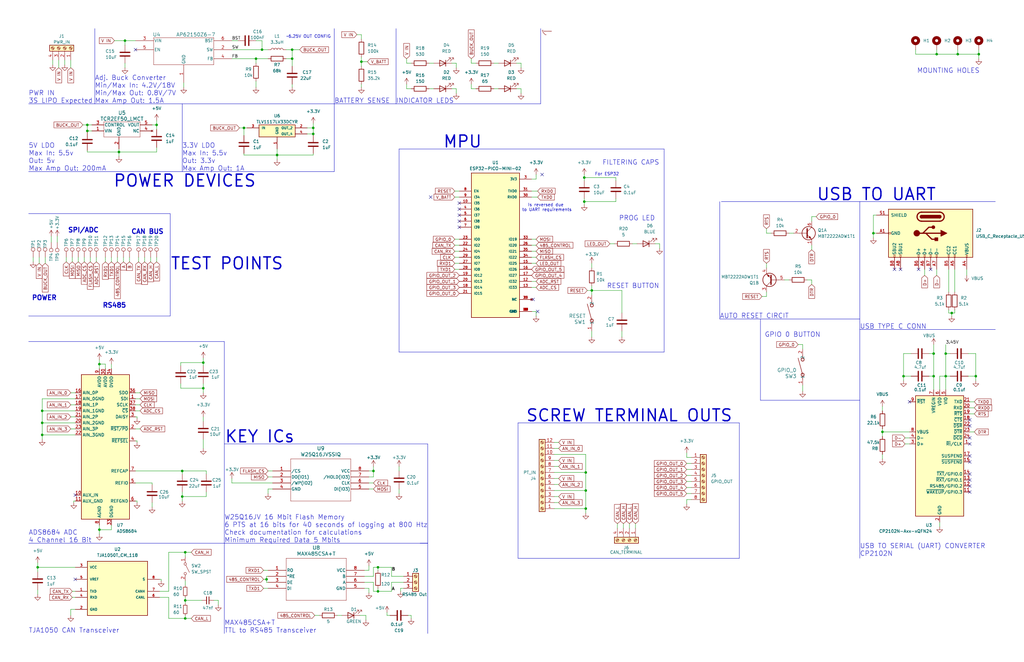
<source format=kicad_sch>
(kicad_sch (version 20231120) (generator "eeschema") (generator_version "8.0")
  (paper "B")
  (lib_symbols
    (symbol "AP62150Z6-7:AP62150Z6-7" (pin_names (offset 0.254))
      (property "Reference" "U4" (at 8.89 2.54 0))
      (property "Value" "AP62150Z6-7" (at 25.4 2.54 0))
      (symbol "AP62150Z6-7_0_1"
        (pin output line (at 40.64 -3.81 180) (length 7.62) (name "SW") (number "2"))
        (pin input line (at 0 -3.81 0) (length 7.62) (name "EN") (number "5"))
      )
      (symbol "AP62150Z6-7_1_1"
        (pin power_in line (at 20.32 -17.78 90) (length 7.62) (name "GND") (number "1"))
        (pin power_out line (at 0 0 0) (length 7.62) (name "VIN") (number "3"))
        (pin power_in line (at 40.64 -7.62 180) (length 7.62) (name "FB") (number "4"))
        (pin input line (at 40.64 0 180) (length 7.62) (name "BST") (number "6"))
      )
    )
    (symbol "Analog_ADC:ADS8684"
      (property "Reference" "U" (at -8.89 31.75 0))
      (property "Value" "ADS8684" (at 8.89 31.75 0))
      (symbol "ADS8684_1_1"
        (pin input line (at 12.7 20.32 180) (length 2.54) (name "SDI") (number "1"))
        (pin input line (at -12.7 -20.32 0) (length 2.54) (name "AUX_IN") (number "10"))
        (pin input line (at -12.7 -22.86 0) (length 2.54) (name "AUX_GND") (number "11"))
        (pin no_connect line (at -10.16 -7.62 0) (length 2.54) hide (name "NC") (number "12"))
        (pin no_connect line (at -10.16 -10.16 0) (length 2.54) hide (name "NC") (number "13"))
        (pin no_connect line (at -10.16 -12.7 0) (length 2.54) hide (name "NC") (number "14"))
        (pin no_connect line (at -10.16 -15.24 0) (length 2.54) hide (name "NC") (number "15"))
        (pin input line (at -12.7 22.86 0) (length 2.54) (name "AIN_0P") (number "16"))
        (pin input line (at -12.7 20.32 0) (length 2.54) (name "AIN_0GND") (number "17"))
        (pin input line (at -12.7 17.78 0) (length 2.54) (name "AIN_1P") (number "18"))
        (pin input line (at -12.7 15.24 0) (length 2.54) (name "AIN_1GND") (number "19"))
        (pin input line (at 12.7 7.62 180) (length 2.54) (name "~{RST/PD}") (number "2"))
        (pin input line (at -12.7 10.16 0) (length 2.54) (name "AIN_2GND") (number "20"))
        (pin input line (at -12.7 12.7 0) (length 2.54) (name "AIN_2P") (number "21"))
        (pin input line (at -12.7 5.08 0) (length 2.54) (name "AIN_3GND") (number "22"))
        (pin input line (at -12.7 7.62 0) (length 2.54) (name "AIN_3P") (number "23"))
        (pin no_connect line (at -10.16 0 0) (length 2.54) hide (name "NC") (number "24"))
        (pin no_connect line (at -10.16 2.54 0) (length 2.54) hide (name "NC") (number "25"))
        (pin no_connect line (at -10.16 -5.08 0) (length 2.54) hide (name "NC") (number "26"))
        (pin no_connect line (at -10.16 -2.54 0) (length 2.54) hide (name "NC") (number "27"))
        (pin passive line (at -2.54 -33.02 90) (length 2.54) hide (name "AGND") (number "28"))
        (pin passive line (at -2.54 -33.02 90) (length 2.54) hide (name "AGND") (number "29"))
        (pin input line (at 12.7 12.7 180) (length 2.54) (name "DAISY") (number "3"))
        (pin power_in line (at 0 33.02 270) (length 2.54) (name "AVDD") (number "30"))
        (pin passive line (at -2.54 -33.02 90) (length 2.54) hide (name "AGND") (number "31"))
        (pin passive line (at -2.54 -33.02 90) (length 2.54) hide (name "AGND") (number "32"))
        (pin power_in line (at 2.54 -33.02 90) (length 2.54) (name "DGND") (number "33"))
        (pin power_in line (at 2.54 33.02 270) (length 2.54) (name "DVDD") (number "34"))
        (pin no_connect line (at 10.16 -5.08 180) (length 2.54) hide (name "DNC") (number "35"))
        (pin output line (at 12.7 22.86 180) (length 2.54) (name "SDO") (number "36"))
        (pin input line (at 12.7 17.78 180) (length 2.54) (name "SCLK") (number "37"))
        (pin input line (at 12.7 15.24 180) (length 2.54) (name "~{CS}") (number "38"))
        (pin input line (at 12.7 2.54 180) (length 2.54) (name "~{REFSEL}") (number "4"))
        (pin passive line (at 12.7 -15.24 180) (length 2.54) (name "REFIO") (number "5"))
        (pin power_in line (at 12.7 -22.86 180) (length 2.54) (name "REFGND") (number "6"))
        (pin passive line (at 12.7 -10.16 180) (length 2.54) (name "REFCAP") (number "7"))
        (pin power_in line (at -2.54 -33.02 90) (length 2.54) (name "AGND") (number "8"))
        (pin power_in line (at -2.54 33.02 270) (length 2.54) (name "AVDD") (number "9"))
      )
    )
    (symbol "Connector:Screw_Terminal_01x03" (pin_names (offset 1.016) hide)
      (property "Reference" "J" (at 0 5.08 0))
      (property "Value" "Screw_Terminal_01x03" (at 0 -5.08 0))
      (symbol "Screw_Terminal_01x03_1_1"
        (pin passive line (at -5.08 2.54 0) (length 3.81) (name "Pin_1") (number "1"))
        (pin passive line (at -5.08 0 0) (length 3.81) (name "Pin_2") (number "2"))
        (pin passive line (at -5.08 -2.54 0) (length 3.81) (name "Pin_3") (number "3"))
      )
    )
    (symbol "Connector:Screw_Terminal_01x04" (pin_names (offset 1.016) hide)
      (property "Reference" "J" (at 0 5.08 0))
      (property "Value" "Screw_Terminal_01x04" (at 0 -7.62 0))
      (symbol "Screw_Terminal_01x04_1_1"
        (pin passive line (at -5.08 2.54 0) (length 3.81) (name "Pin_1") (number "1"))
        (pin passive line (at -5.08 0 0) (length 3.81) (name "Pin_2") (number "2"))
        (pin passive line (at -5.08 -2.54 0) (length 3.81) (name "Pin_3") (number "3"))
        (pin passive line (at -5.08 -5.08 0) (length 3.81) (name "Pin_4") (number "4"))
      )
    )
    (symbol "Connector:Screw_Terminal_01x08" (pin_names (offset 1.016) hide)
      (property "Reference" "J" (at 0 10.16 0))
      (property "Value" "Screw_Terminal_01x08" (at 0 -12.7 0))
      (symbol "Screw_Terminal_01x08_1_1"
        (pin passive line (at -5.08 7.62 0) (length 3.81) (name "Pin_1") (number "1"))
        (pin passive line (at -5.08 5.08 0) (length 3.81) (name "Pin_2") (number "2"))
        (pin passive line (at -5.08 2.54 0) (length 3.81) (name "Pin_3") (number "3"))
        (pin passive line (at -5.08 0 0) (length 3.81) (name "Pin_4") (number "4"))
        (pin passive line (at -5.08 -2.54 0) (length 3.81) (name "Pin_5") (number "5"))
        (pin passive line (at -5.08 -5.08 0) (length 3.81) (name "Pin_6") (number "6"))
        (pin passive line (at -5.08 -7.62 0) (length 3.81) (name "Pin_7") (number "7"))
        (pin passive line (at -5.08 -10.16 0) (length 3.81) (name "Pin_8") (number "8"))
      )
    )
    (symbol "Connector:Screw_Terminal_01x12" (pin_names (offset 1.016) hide)
      (property "Reference" "J" (at 0 15.24 0))
      (property "Value" "Screw_Terminal_01x12" (at 0 -17.78 0))
      (symbol "Screw_Terminal_01x12_1_1"
        (pin passive line (at -5.08 12.7 0) (length 3.81) (name "Pin_1") (number "1"))
        (pin passive line (at -5.08 -10.16 0) (length 3.81) (name "Pin_10") (number "10"))
        (pin passive line (at -5.08 -12.7 0) (length 3.81) (name "Pin_11") (number "11"))
        (pin passive line (at -5.08 -15.24 0) (length 3.81) (name "Pin_12") (number "12"))
        (pin passive line (at -5.08 10.16 0) (length 3.81) (name "Pin_2") (number "2"))
        (pin passive line (at -5.08 7.62 0) (length 3.81) (name "Pin_3") (number "3"))
        (pin passive line (at -5.08 5.08 0) (length 3.81) (name "Pin_4") (number "4"))
        (pin passive line (at -5.08 2.54 0) (length 3.81) (name "Pin_5") (number "5"))
        (pin passive line (at -5.08 0 0) (length 3.81) (name "Pin_6") (number "6"))
        (pin passive line (at -5.08 -2.54 0) (length 3.81) (name "Pin_7") (number "7"))
        (pin passive line (at -5.08 -5.08 0) (length 3.81) (name "Pin_8") (number "8"))
        (pin passive line (at -5.08 -7.62 0) (length 3.81) (name "Pin_9") (number "9"))
      )
    )
    (symbol "Connector:TestPoint" (pin_numbers hide) (pin_names (offset 0.762) hide)
      (property "Reference" "TP" (at 0 6.858 0))
      (property "Value" "TestPoint" (at 0 5.08 0))
      (symbol "TestPoint_1_1"
        (pin passive line (at 0 0 90) (length 2.54) (name "1") (number "1"))
      )
    )
    (symbol "Connector:USB_C_Receptacle_USB2.0" (pin_names (offset 1.016))
      (property "Reference" "J" (at -10.16 19.05 0))
      (property "Value" "USB_C_Receptacle_USB2.0" (at 19.05 19.05 0))
      (symbol "USB_C_Receptacle_USB2.0_1_1"
        (pin passive line (at 0 -22.86 90) (length 5.08) (name "GND") (number "A1"))
        (pin passive line (at 0 -22.86 90) (length 5.08) hide (name "GND") (number "A12"))
        (pin passive line (at 15.24 15.24 180) (length 5.08) (name "VBUS") (number "A4"))
        (pin bidirectional line (at 15.24 10.16 180) (length 5.08) (name "CC1") (number "A5"))
        (pin bidirectional line (at 15.24 -2.54 180) (length 5.08) (name "D+") (number "A6"))
        (pin bidirectional line (at 15.24 2.54 180) (length 5.08) (name "D-") (number "A7"))
        (pin bidirectional line (at 15.24 -12.7 180) (length 5.08) (name "SBU1") (number "A8"))
        (pin passive line (at 15.24 15.24 180) (length 5.08) hide (name "VBUS") (number "A9"))
        (pin passive line (at 0 -22.86 90) (length 5.08) hide (name "GND") (number "B1"))
        (pin passive line (at 0 -22.86 90) (length 5.08) hide (name "GND") (number "B12"))
        (pin passive line (at 15.24 15.24 180) (length 5.08) hide (name "VBUS") (number "B4"))
        (pin bidirectional line (at 15.24 7.62 180) (length 5.08) (name "CC2") (number "B5"))
        (pin bidirectional line (at 15.24 -5.08 180) (length 5.08) (name "D+") (number "B6"))
        (pin bidirectional line (at 15.24 0 180) (length 5.08) (name "D-") (number "B7"))
        (pin bidirectional line (at 15.24 -15.24 180) (length 5.08) (name "SBU2") (number "B8"))
        (pin passive line (at 15.24 15.24 180) (length 5.08) hide (name "VBUS") (number "B9"))
        (pin passive line (at -7.62 -22.86 90) (length 5.08) (name "SHIELD") (number "S1"))
      )
    )
    (symbol "Device:C" (pin_numbers hide) (pin_names (offset 0.254))
      (property "Reference" "C" (at 0.635 2.54 0))
      (property "Value" "C" (at 0.635 -2.54 0))
      (symbol "C_1_1"
        (pin passive line (at 0 3.81 270) (length 2.794) (name "~") (number "1"))
        (pin passive line (at 0 -3.81 90) (length 2.794) (name "~") (number "2"))
      )
    )
    (symbol "Device:C_Small" (pin_numbers hide) (pin_names (offset 0.254) hide)
      (property "Reference" "C" (at 0.254 1.778 0))
      (property "Value" "C_Small" (at 0.254 -2.032 0))
      (symbol "C_Small_1_1"
        (pin passive line (at 0 2.54 270) (length 2.032) (name "~") (number "1"))
        (pin passive line (at 0 -2.54 90) (length 2.032) (name "~") (number "2"))
      )
    )
    (symbol "Device:L" (pin_numbers hide) (pin_names (offset 1.016) hide)
      (property "Reference" "L" (at -1.27 0 90))
      (property "Value" "L" (at 1.905 0 90))
      (symbol "L_1_1"
        (pin passive line (at 0 3.81 270) (length 1.27) (name "1") (number "1"))
        (pin passive line (at 0 -3.81 90) (length 1.27) (name "2") (number "2"))
      )
    )
    (symbol "Device:LED" (pin_numbers hide) (pin_names (offset 1.016) hide)
      (property "Reference" "D" (at 0 2.54 0))
      (property "Value" "LED" (at 0 -2.54 0))
      (symbol "LED_1_1"
        (pin passive line (at -3.81 0 0) (length 2.54) (name "K") (number "1"))
        (pin passive line (at 3.81 0 180) (length 2.54) (name "A") (number "2"))
      )
    )
    (symbol "Device:R" (pin_numbers hide) (pin_names (offset 0))
      (property "Reference" "R" (at 2.032 0 90))
      (property "Value" "R" (at 0 0 90))
      (symbol "R_1_1"
        (pin passive line (at 0 3.81 270) (length 1.27) (name "~") (number "1"))
        (pin passive line (at 0 -3.81 90) (length 1.27) (name "~") (number "2"))
      )
    )
    (symbol "Device:R_Small" (pin_numbers hide) (pin_names (offset 0.254) hide)
      (property "Reference" "R" (at 0.762 0.508 0))
      (property "Value" "R_Small" (at 0.762 -1.016 0))
      (symbol "R_Small_1_1"
        (pin passive line (at 0 2.54 270) (length 0.762) (name "~") (number "1"))
        (pin passive line (at 0 -2.54 90) (length 0.762) (name "~") (number "2"))
      )
    )
    (symbol "ESP32-PICO-MINI-02:ESP32-PICO-MINI-02" (pin_names (offset 1.016))
      (property "Reference" "U" (at -10.16 33.02 0))
      (property "Value" "ESP32-PICO-MINI-02" (at -10.16 -33.02 0))
      (symbol "ESP32-PICO-MINI-02_0_0"
        (pin power_in line (at 15.24 -27.94 180) (length 5.08) (name "GND") (number "1"))
        (pin input line (at -15.24 17.78 0) (length 5.08) (name "I35") (number "10"))
        (pin power_in line (at 15.24 -27.94 180) (length 5.08) (name "GND") (number "11"))
        (pin bidirectional line (at 15.24 -15.24 180) (length 5.08) (name "IO32") (number "12"))
        (pin bidirectional line (at 15.24 -17.78 180) (length 5.08) (name "IO33") (number "13"))
        (pin power_in line (at 15.24 -27.94 180) (length 5.08) (name "GND") (number "14"))
        (pin bidirectional line (at 15.24 -7.62 180) (length 5.08) (name "IO25") (number "15"))
        (pin bidirectional line (at 15.24 -10.16 180) (length 5.08) (name "IO26") (number "16"))
        (pin bidirectional line (at 15.24 -12.7 180) (length 5.08) (name "IO27") (number "17"))
        (pin bidirectional line (at -15.24 -17.78 0) (length 5.08) (name "IO14") (number "18"))
        (pin bidirectional line (at -15.24 -12.7 0) (length 5.08) (name "IO12") (number "19"))
        (pin power_in line (at 15.24 -27.94 180) (length 5.08) (name "GND") (number "2"))
        (pin bidirectional line (at -15.24 -15.24 0) (length 5.08) (name "IO13") (number "20"))
        (pin bidirectional line (at -15.24 -20.32 0) (length 5.08) (name "IO15") (number "21"))
        (pin bidirectional line (at -15.24 0 0) (length 5.08) (name "IO2") (number "22"))
        (pin bidirectional line (at -15.24 2.54 0) (length 5.08) (name "IO0") (number "23"))
        (pin bidirectional line (at -15.24 -2.54 0) (length 5.08) (name "IO4") (number "24"))
        (pin no_connect line (at 15.24 -22.86 180) (length 5.08) (name "NC") (number "25"))
        (pin bidirectional line (at 15.24 0 180) (length 5.08) (name "IO20") (number "26"))
        (pin bidirectional line (at -15.24 -7.62 0) (length 5.08) (name "IO7") (number "27"))
        (pin bidirectional line (at -15.24 -10.16 0) (length 5.08) (name "IO8") (number "28"))
        (pin bidirectional line (at -15.24 -5.08 0) (length 5.08) (name "IO5") (number "29"))
        (pin power_in line (at 15.24 27.94 180) (length 5.08) (name "3V3") (number "3"))
        (pin bidirectional line (at 15.24 20.32 180) (length 5.08) (name "RXD0") (number "30"))
        (pin bidirectional line (at 15.24 22.86 180) (length 5.08) (name "TXD0") (number "31"))
        (pin no_connect line (at 15.24 -22.86 180) (length 5.08) (name "NC") (number "32"))
        (pin bidirectional line (at 15.24 2.54 180) (length 5.08) (name "IO19") (number "33"))
        (pin bidirectional line (at 15.24 -5.08 180) (length 5.08) (name "IO22") (number "34"))
        (pin bidirectional line (at 15.24 -2.54 180) (length 5.08) (name "IO21") (number "35"))
        (pin power_in line (at 15.24 -27.94 180) (length 5.08) (name "GND") (number "36"))
        (pin power_in line (at 15.24 -27.94 180) (length 5.08) (name "GND") (number "37"))
        (pin power_in line (at 15.24 -27.94 180) (length 5.08) (name "GND") (number "38"))
        (pin power_in line (at 15.24 -27.94 180) (length 5.08) (name "GND") (number "39"))
        (pin input line (at -15.24 15.24 0) (length 5.08) (name "I36") (number "4"))
        (pin power_in line (at 15.24 -27.94 180) (length 5.08) (name "GND") (number "40"))
        (pin power_in line (at 15.24 -27.94 180) (length 5.08) (name "GND") (number "41"))
        (pin power_in line (at 15.24 -27.94 180) (length 5.08) (name "GND") (number "42"))
        (pin power_in line (at 15.24 -27.94 180) (length 5.08) (name "GND") (number "43"))
        (pin power_in line (at 15.24 -27.94 180) (length 5.08) (name "GND") (number "44"))
        (pin power_in line (at 15.24 -27.94 180) (length 5.08) (name "GND") (number "45"))
        (pin power_in line (at 15.24 -27.94 180) (length 5.08) (name "GND") (number "46"))
        (pin power_in line (at 15.24 -27.94 180) (length 5.08) (name "GND") (number "47"))
        (pin power_in line (at 15.24 -27.94 180) (length 5.08) (name "GND") (number "48"))
        (pin power_in line (at 15.24 -27.94 180) (length 5.08) (name "GND") (number "49"))
        (pin input line (at -15.24 12.7 0) (length 5.08) (name "I37") (number "5"))
        (pin power_in line (at 15.24 -27.94 180) (length 5.08) (name "GND") (number "50"))
        (pin power_in line (at 15.24 -27.94 180) (length 5.08) (name "GND") (number "51"))
        (pin power_in line (at 15.24 -27.94 180) (length 5.08) (name "GND") (number "52"))
        (pin power_in line (at 15.24 -27.94 180) (length 5.08) (name "GND") (number "53"))
        (pin power_in line (at 15.24 -27.94 180) (length 5.08) (name "GND") (number "54"))
        (pin power_in line (at 15.24 -27.94 180) (length 5.08) (name "GND") (number "55"))
        (pin power_in line (at 15.24 -27.94 180) (length 5.08) (name "GND") (number "56"))
        (pin power_in line (at 15.24 -27.94 180) (length 5.08) (name "GND") (number "57"))
        (pin power_in line (at 15.24 -27.94 180) (length 5.08) (name "GND") (number "58"))
        (pin power_in line (at 15.24 -27.94 180) (length 5.08) (name "GND") (number "59"))
        (pin input line (at -15.24 10.16 0) (length 5.08) (name "I38") (number "6"))
        (pin power_in line (at 15.24 -27.94 180) (length 5.08) (name "GND") (number "60"))
        (pin power_in line (at 15.24 -27.94 180) (length 5.08) (name "GND") (number "61"))
        (pin input line (at -15.24 7.62 0) (length 5.08) (name "I39") (number "7"))
        (pin input line (at -15.24 22.86 0) (length 5.08) (name "EN") (number "8"))
        (pin input line (at -15.24 20.32 0) (length 5.08) (name "I34") (number "9"))
      )
    )
    (symbol "Interface_USB:CP2102N-Axx-xQFN24"
      (property "Reference" "U" (at -8.89 26.67 0))
      (property "Value" "CP2102N-Axx-xQFN24" (at 13.97 26.67 0))
      (symbol "CP2102N-Axx-xQFN24_1_1"
        (pin bidirectional line (at 12.7 5.08 180) (length 2.54) (name "~{RI}/CLK") (number "1"))
        (pin no_connect line (at -10.16 -22.86 0) (length 2.54) hide (name "NC") (number "10"))
        (pin bidirectional line (at 12.7 -15.24 180) (length 2.54) (name "~{WAKEUP}/GPIO.3") (number "11"))
        (pin bidirectional line (at 12.7 -12.7 180) (length 2.54) (name "RS485/GPIO.2") (number "12"))
        (pin bidirectional line (at 12.7 -10.16 180) (length 2.54) (name "~{RXT}/GPIO.1") (number "13"))
        (pin bidirectional line (at 12.7 -7.62 180) (length 2.54) (name "~{TXT}/GPIO.0") (number "14"))
        (pin output line (at 12.7 -2.54 180) (length 2.54) (name "~{SUSPEND}") (number "15"))
        (pin no_connect line (at 10.16 -22.86 180) (length 2.54) hide (name "NC") (number "16"))
        (pin output line (at 12.7 0 180) (length 2.54) (name "SUSPEND") (number "17"))
        (pin input line (at 12.7 15.24 180) (length 2.54) (name "~{CTS}") (number "18"))
        (pin output line (at 12.7 17.78 180) (length 2.54) (name "~{RTS}") (number "19"))
        (pin power_in line (at 0 -27.94 90) (length 2.54) (name "GND") (number "2"))
        (pin input line (at 12.7 20.32 180) (length 2.54) (name "RXD") (number "20"))
        (pin output line (at 12.7 22.86 180) (length 2.54) (name "TXD") (number "21"))
        (pin input line (at 12.7 12.7 180) (length 2.54) (name "~{DSR}") (number "22"))
        (pin output line (at 12.7 10.16 180) (length 2.54) (name "~{DTR}") (number "23"))
        (pin input line (at 12.7 7.62 180) (length 2.54) (name "~{DCD}") (number "24"))
        (pin passive line (at 0 -27.94 90) (length 2.54) hide (name "GND") (number "25"))
        (pin bidirectional line (at -12.7 5.08 0) (length 2.54) (name "D+") (number "3"))
        (pin bidirectional line (at -12.7 7.62 0) (length 2.54) (name "D-") (number "4"))
        (pin power_in line (at 2.54 27.94 270) (length 2.54) (name "VIO") (number "5"))
        (pin power_in line (at 0 27.94 270) (length 2.54) (name "VDD") (number "6"))
        (pin power_in line (at -2.54 27.94 270) (length 2.54) (name "VREGIN") (number "7"))
        (pin input line (at -12.7 10.16 0) (length 2.54) (name "VBUS") (number "8"))
        (pin input line (at -12.7 22.86 0) (length 2.54) (name "~{RST}") (number "9"))
      )
    )
    (symbol "MAX485CSA_T:MAX485CSA+T" (pin_names (offset 0.254))
      (property "Reference" "U" (at 20.32 10.16 0))
      (property "Value" "MAX485CSA+T" (at 20.32 7.62 0))
      (symbol "MAX485CSA+T_0_1"
        (pin output line (at 0 0 0) (length 7.62) (name "RO") (number "1"))
        (pin output line (at 0 -2.54 0) (length 7.62) (name "*RE") (number "2"))
        (pin output line (at 0 -5.08 0) (length 7.62) (name "DE") (number "3"))
        (pin input line (at 0 -7.62 0) (length 7.62) (name "DI") (number "4"))
        (pin power_out line (at 40.64 -7.62 180) (length 7.62) (name "GND") (number "5"))
        (pin unspecified line (at 40.64 -5.08 180) (length 7.62) (name "A") (number "6"))
        (pin unspecified line (at 40.64 -2.54 180) (length 7.62) (name "B") (number "7"))
        (pin power_in line (at 40.64 0 180) (length 7.62) (name "VCC") (number "8"))
      )
    )
    (symbol "Mechanical:MountingHole_Pad" (pin_numbers hide) (pin_names (offset 1.016) hide)
      (property "Reference" "H" (at 0 6.35 0))
      (property "Value" "MountingHole_Pad" (at 0 4.445 0))
      (symbol "MountingHole_Pad_1_1"
        (pin input line (at 0 -2.54 90) (length 2.54) (name "1") (number "1"))
      )
    )
    (symbol "PTS636 SM50J SMTR LFS:PTS636_SM50J_SMTR_LFS" (pin_names (offset 0.254))
      (property "Reference" "SW" (at 7.62 3.81 0))
      (property "Value" "PTS636 SM50J SMTR LFS" (at 0 0 0))
      (symbol "PTS636_SM50J_SMTR_LFS_0_1"
        (pin unspecified line (at 0 0 0) (length 2.54) (name "1") (number "1"))
        (pin unspecified line (at 15.24 0 180) (length 2.54) (name "2") (number "2"))
      )
    )
    (symbol "RP Logo:LOGO" (pin_names (offset 1.016)))
    (symbol "Switch:SW_SPST" (pin_names (offset 0) hide)
      (property "Reference" "SW" (at 0 3.175 0))
      (property "Value" "SW_SPST" (at 0 -2.54 0))
      (symbol "SW_SPST_1_1"
        (pin passive line (at -5.08 0 0) (length 2.54) (name "A") (number "1"))
        (pin passive line (at 5.08 0 180) (length 2.54) (name "B") (number "2"))
      )
    )
    (symbol "TCR2EF50:TCR2EF50_LMCT" (pin_names (offset 0.254))
      (property "Reference" "U5" (at 15.24 8.89 0))
      (property "Value" "TCR2EF50_LMCT" (at 15.24 6.35 0))
      (symbol "TCR2EF50_LMCT_1_1"
        (pin unspecified line (at 2.54 1.27 0) (length 5.08) (name "VIN") (number "1"))
        (pin power_out line (at 13.97 -6.35 90) (length 5.08) (name "GND") (number "2"))
        (pin input line (at 2.54 3.81 0) (length 5.08) (name "CONTROL") (number "3"))
        (pin no_connect line (at 27.94 1.27 180) (length 5.08) (name "NC") (number "4"))
        (pin output line (at 27.94 3.81 180) (length 5.08) (name "VOUT") (number "5"))
      )
    )
    (symbol "TJA1050T:TJA1050T_CM_118" (pin_names (offset 1.016))
      (property "Reference" "U" (at -12.7 11.049 0))
      (property "Value" "TJA1050T_CM_118" (at -12.7 -15.24 0))
      (symbol "TJA1050T_CM_118_0_0"
        (pin input line (at 17.78 -2.54 180) (length 5.08) (name "TXD") (number "1"))
        (pin power_in line (at 17.78 -10.16 180) (length 5.08) (name "GND") (number "2"))
        (pin power_in line (at 17.78 7.62 180) (length 5.08) (name "VCC") (number "3"))
        (pin output line (at 17.78 -5.08 180) (length 5.08) (name "RXD") (number "4"))
        (pin output line (at 17.78 2.54 180) (length 5.08) (name "VREF") (number "5"))
        (pin bidirectional line (at -17.78 -5.08 0) (length 5.08) (name "CANL") (number "6"))
        (pin bidirectional line (at -17.78 -2.54 0) (length 5.08) (name "CANH") (number "7"))
        (pin input line (at -17.78 2.54 0) (length 5.08) (name "S") (number "8"))
      )
    )
    (symbol "TLV1117LV33DCYR:TLV1117LV33DCYR" (pin_names (offset 1.016))
      (property "Reference" "U6" (at 0 12.065 0))
      (property "Value" "TLV1117LV33DCYR" (at 0 9.525 0))
      (symbol "TLV1117LV33DCYR_0_0"
        (pin power_in line (at 0 -7.62 90) (length 5.08) (name "GND") (number "1"))
        (pin output line (at 12.7 1.27 180) (length 5.08) (name "OUT_2") (number "2"))
        (pin input line (at -12.7 1.27 0) (length 5.08) (name "IN") (number "3"))
        (pin output line (at 12.7 -1.27 180) (length 5.08) (name "OUT_4") (number "4"))
      )
    )
    (symbol "Transistor_BJT:MBT2222ADW1T1" (pin_names (offset 0) hide)
      (property "Reference" "Q" (at 5.08 1.27 0))
      (property "Value" "MBT2222ADW1T1" (at 5.08 -1.27 0))
      (symbol "MBT2222ADW1T1_1_1"
        (pin passive line (at 2.54 -5.08 90) (length 2.54) (name "E1") (number "1"))
        (pin input line (at -5.08 0 0) (length 2.54) (name "B1") (number "2"))
        (pin passive line (at 2.54 5.08 270) (length 2.54) (name "C1") (number "6"))
      )
      (symbol "MBT2222ADW1T1_2_1"
        (pin passive line (at 2.54 5.08 270) (length 2.54) (name "C2") (number "3"))
        (pin passive line (at 2.54 -5.08 90) (length 2.54) (name "E2") (number "4"))
        (pin input line (at -5.08 0 0) (length 2.54) (name "B2") (number "5"))
      )
    )
    (symbol "W25Q16JVSSIQ:W25Q16JVSSIQ" (pin_names (offset 0.254))
      (property "Reference" "U" (at 20.32 10.16 0))
      (property "Value" "W25Q16JVSSIQ" (at 20.32 7.62 0))
      (symbol "W25Q16JVSSIQ_1_1"
        (pin bidirectional line (at 0 0 0) (length 7.62) (name "/CS") (number "1"))
        (pin bidirectional line (at 0 -2.54 0) (length 7.62) (name "DO(IO1)") (number "2"))
        (pin bidirectional line (at 0 -5.08 0) (length 7.62) (name "/WP(IO2)") (number "3"))
        (pin bidirectional line (at 0 -7.62 0) (length 7.62) (name "GND") (number "4"))
        (pin bidirectional line (at 40.64 -7.62 180) (length 7.62) (name "DI(IO3)") (number "5"))
        (pin bidirectional line (at 40.64 -5.08 180) (length 7.62) (name "CLK") (number "6"))
        (pin bidirectional line (at 40.64 -2.54 180) (length 7.62) (name "/HOLD(IO3)") (number "7"))
        (pin bidirectional line (at 40.64 0 180) (length 7.62) (name "VCC") (number "8"))
      )
    )
    (symbol "power:+3.3V" (power) (pin_names (offset 0))
      (property "Value" "+3.3V" (at 0 3.556 0))
      (symbol "+3.3V_1_1"
        (pin power_in line (at 0 0 90) (length 0) hide (name "+3.3V") (number "1"))
      )
    )
    (symbol "power:+5V" (power) (pin_names (offset 0))
      (property "Value" "+5V" (at 0 3.556 0))
      (symbol "+5V_1_1"
        (pin power_in line (at 0 0 90) (length 0) hide (name "+5V") (number "1"))
      )
    )
    (symbol "power:GND" (power) (pin_names (offset 0))
      (property "Value" "GND" (at 0 -3.81 0))
      (symbol "GND_1_1"
        (pin power_in line (at 0 0 270) (length 0) hide (name "GND") (number "1"))
      )
    )
    (symbol "power:VBUS" (power) (pin_names (offset 0))
      (property "Value" "VBUS" (at 0 3.81 0))
      (symbol "VBUS_1_1"
        (pin power_in line (at 0 0 90) (length 0) hide (name "VBUS") (number "1"))
      )
    )
  )
  (junction (at 76.835 209.55))
  (junction (at 110.49 20.955))
  (junction (at 15.875 239.395))
  (junction (at 116.84 65.405))
  (junction (at 17.78 178.435))
  (junction (at 247.015 207.01))
  (junction (at 372.11 182.245))
  (junction (at 123.19 20.955))
  (junction (at 85.725 163.83))
  (junction (at 107.95 24.765))
  (junction (at 102.87 53.975))
  (junction (at 403.86 22.86))
  (junction (at 398.78 158.75))
  (junction (at 368.3 98.425))
  (junction (at 17.78 173.355))
  (junction (at 85.725 153.035))
  (junction (at 66.04 52.705))
  (junction (at 249.555 122.555))
  (junction (at 157.48 198.755))
  (junction (at 123.19 24.765))
  (junction (at 246.38 74.93))
  (junction (at 17.78 183.515))
  (junction (at 50.165 64.135))
  (junction (at 78.105 253.365))
  (junction (at 401.32 132.08))
  (junction (at 76.835 198.755))
  (junction (at 41.91 223.52))
  (junction (at 78.105 233.045))
  (junction (at 393.7 149.225))
  (junction (at 78.105 260.985))
  (junction (at 381 158.75))
  (junction (at 41.91 153.67))
  (junction (at 132.08 53.975))
  (junction (at 247.015 214.63))
  (junction (at 152.4 26.035))
  (junction (at 36.83 52.705))
  (junction (at 394.97 22.86))
  (junction (at 159.385 239.395))
  (junction (at 393.7 158.75))
  (junction (at 52.705 17.145))
  (junction (at 159.385 249.555))
  (junction (at 247.015 199.39))
  (junction (at 398.78 149.225))
  (junction (at 246.38 85.09))
  (junction (at 411.48 158.75))
  (junction (at 412.75 22.86))
  (junction (at 112.395 244.475))
  (junction (at 132.08 56.515))
  (junction (at 36.83 55.245))
  (no_connect (at 377.19 113.665))
  (no_connect (at 379.73 113.665))
  (no_connect (at 408.94 202.565))
  (no_connect (at 408.94 207.645))
  (no_connect (at 408.94 187.325))
  (no_connect (at 57.15 20.955))
  (no_connect (at 408.94 179.705))
  (no_connect (at 408.94 205.105))
  (no_connect (at 31.75 244.475))
  (no_connect (at 387.35 113.665))
  (no_connect (at 226.695 131.445))
  (no_connect (at 193.675 95.885))
  (no_connect (at 224.79 126.365))
  (no_connect (at 193.675 85.725))
  (no_connect (at 408.94 192.405))
  (no_connect (at 408.94 184.785))
  (no_connect (at 408.94 200.025))
  (no_connect (at 181.61 83.185))
  (no_connect (at 408.94 194.945))
  (no_connect (at 193.675 90.805))
  (no_connect (at 408.94 177.165))
  (no_connect (at 383.54 169.545))
  (no_connect (at 31.75 208.915))
  (no_connect (at 193.675 93.345))
  (no_connect (at 193.675 88.265))
  (no_connect (at 228.6 73.66))
  (no_connect (at 392.43 113.665))
  (wire (pts (xy 59.055 170.815) (xy 57.15 170.815)))
  (wire (pts (xy 289.56 193.04) (xy 291.465 193.04)))
  (wire (pts (xy 338.455 145.415) (xy 338.455 147.32)))
  (wire (pts (xy 78.105 260.985) (xy 78.105 259.715)))
  (wire (pts (xy 226.695 80.645) (xy 224.155 80.645)))
  (polyline (pts (xy 168.275 62.865) (xy 168.275 148.59)))
  (wire (pts (xy 402.59 130.81) (xy 402.59 132.08)))
  (wire (pts (xy 85.725 153.035) (xy 76.2 153.035)))
  (wire (pts (xy 86.995 209.55) (xy 76.835 209.55)))
  (wire (pts (xy 36.83 55.245) (xy 36.83 55.88)))
  (wire (pts (xy 111.125 244.475) (xy 112.395 244.475)))
  (wire (pts (xy 132.08 57.15) (xy 132.08 56.515)))
  (wire (pts (xy 21.59 99.695) (xy 21.59 102.235)))
  (wire (pts (xy 262.89 220.98) (xy 262.89 222.885)))
  (wire (pts (xy 57.15 186.055) (xy 57.785 186.055)))
  (wire (pts (xy 323.215 98.425) (xy 325.12 98.425)))
  (wire (pts (xy 338.455 162.56) (xy 338.455 165.1)))
  (polyline (pts (xy 362.585 139.065) (xy 362.585 85.09)))
  (wire (pts (xy 219.71 28.575) (xy 219.71 26.67)))
  (polyline (pts (xy 140.97 12.065) (xy 140.97 43.815)))
  (wire (pts (xy 191.77 100.965) (xy 193.675 100.965)))
  (wire (pts (xy 44.45 153.67) (xy 41.91 153.67)))
  (wire (pts (xy 57.785 211.455) (xy 57.785 212.09)))
  (wire (pts (xy 369.57 90.805) (xy 368.3 90.805)))
  (wire (pts (xy 123.19 36.83) (xy 123.19 35.56)))
  (wire (pts (xy 29.845 257.175) (xy 29.845 259.715)))
  (wire (pts (xy 259.715 85.09) (xy 246.38 85.09)))
  (wire (pts (xy 97.79 20.955) (xy 110.49 20.955)))
  (polyline (pts (xy 168.275 148.59) (xy 280.035 148.59)))
  (wire (pts (xy 332.74 118.11) (xy 330.835 118.11)))
  (wire (pts (xy 391.795 149.225) (xy 393.7 149.225)))
  (wire (pts (xy 15.875 239.395) (xy 31.75 239.395)))
  (wire (pts (xy 67.31 252.095) (xy 71.12 252.095)))
  (wire (pts (xy 410.845 182.245) (xy 408.94 182.245)))
  (polyline (pts (xy 218.44 178.435) (xy 218.44 235.585)))
  (wire (pts (xy 29.845 165.735) (xy 31.75 165.735)))
  (wire (pts (xy 247.65 122.555) (xy 249.555 122.555)))
  (wire (pts (xy 110.49 20.955) (xy 113.03 20.955)))
  (wire (pts (xy 249.555 111.125) (xy 249.555 113.03)))
  (wire (pts (xy 66.04 52.705) (xy 66.04 54.61)))
  (wire (pts (xy 226.06 108.585) (xy 224.155 108.585)))
  (wire (pts (xy 402.59 132.08) (xy 401.32 132.08)))
  (wire (pts (xy 97.79 24.765) (xy 107.95 24.765)))
  (wire (pts (xy 246.38 86.36) (xy 246.38 85.09)))
  (wire (pts (xy 157.48 206.375) (xy 155.575 206.375)))
  (wire (pts (xy 403.86 20.955) (xy 403.86 22.86)))
  (wire (pts (xy 132.08 52.07) (xy 132.08 53.975)))
  (wire (pts (xy 249.555 122.555) (xy 249.555 124.46)))
  (wire (pts (xy 16.51 111.125) (xy 16.51 108.585)))
  (wire (pts (xy 85.725 161.925) (xy 85.725 163.83)))
  (wire (pts (xy 259.715 83.82) (xy 259.715 85.09)))
  (wire (pts (xy 29.845 28.575) (xy 29.845 25.4)))
  (wire (pts (xy 226.06 131.445) (xy 226.06 133.35)))
  (polyline (pts (xy 218.44 235.585) (xy 311.785 235.585)))
  (wire (pts (xy 372.11 193.675) (xy 372.11 191.77)))
  (wire (pts (xy 129.54 53.975) (xy 132.08 53.975)))
  (polyline (pts (xy 167.005 43.815) (xy 227.965 43.815)))
  (wire (pts (xy 410.845 169.545) (xy 408.94 169.545)))
  (wire (pts (xy 155.575 198.755) (xy 157.48 198.755)))
  (wire (pts (xy 394.97 22.86) (xy 403.86 22.86)))
  (wire (pts (xy 49.53 110.49) (xy 49.53 108.585)))
  (wire (pts (xy 123.19 20.955) (xy 126.365 20.955)))
  (wire (pts (xy 112.395 243.205) (xy 113.03 243.205)))
  (wire (pts (xy 30.48 110.49) (xy 30.48 108.585)))
  (polyline (pts (xy 140.97 72.39) (xy 140.97 43.815)))
  (polyline (pts (xy 304.165 85.09) (xy 362.585 85.09)))
  (wire (pts (xy 66.04 110.49) (xy 66.04 108.585)))
  (wire (pts (xy 50.165 62.865) (xy 50.165 64.135)))
  (wire (pts (xy 260.35 220.98) (xy 260.35 222.885)))
  (wire (pts (xy 165.1 249.555) (xy 165.1 245.745)))
  (wire (pts (xy 191.77 111.125) (xy 193.675 111.125)))
  (wire (pts (xy 289.56 205.74) (xy 291.465 205.74)))
  (wire (pts (xy 52.705 19.05) (xy 52.705 17.145)))
  (wire (pts (xy 173.355 259.715) (xy 172.085 259.715)))
  (polyline (pts (xy 280.035 62.865) (xy 168.275 62.865)))
  (wire (pts (xy 233.68 207.01) (xy 247.015 207.01)))
  (wire (pts (xy 171.45 24.765) (xy 171.45 26.67)))
  (wire (pts (xy 80.645 233.045) (xy 78.105 233.045)))
  (wire (pts (xy 165.1 245.745) (xy 170.18 245.745)))
  (wire (pts (xy 393.7 158.75) (xy 393.7 164.465)))
  (wire (pts (xy 372.11 171.45) (xy 372.11 173.355)))
  (polyline (pts (xy 180.34 187.325) (xy 180.34 229.235)))
  (wire (pts (xy 113.03 198.755) (xy 114.935 198.755)))
  (polyline (pts (xy 362.585 139.065) (xy 362.585 235.585)))
  (wire (pts (xy 85.725 154.305) (xy 85.725 153.035)))
  (wire (pts (xy 76.2 153.035) (xy 76.2 154.305)))
  (wire (pts (xy 36.83 64.135) (xy 50.165 64.135)))
  (polyline (pts (xy 140.97 43.815) (xy 167.005 43.815)))
  (wire (pts (xy 152.4 36.83) (xy 152.4 35.56)))
  (wire (pts (xy 17.78 173.355) (xy 17.78 178.435)))
  (wire (pts (xy 71.12 252.095) (xy 71.12 260.985)))
  (wire (pts (xy 90.17 253.365) (xy 92.075 253.365)))
  (wire (pts (xy 163.195 258.445) (xy 163.195 259.715)))
  (wire (pts (xy 159.385 248.285) (xy 159.385 249.555)))
  (wire (pts (xy 171.45 37.465) (xy 173.355 37.465)))
  (wire (pts (xy 57.15 203.835) (xy 64.135 203.835)))
  (polyline (pts (xy 180.34 229.235) (xy 180.34 267.335)))
  (wire (pts (xy 289.56 195.58) (xy 291.465 195.58)))
  (wire (pts (xy 116.84 65.405) (xy 132.08 65.405)))
  (wire (pts (xy 64.135 213.995) (xy 64.135 212.09)))
  (polyline (pts (xy 320.675 168.91) (xy 320.675 134.62)))
  (polyline (pts (xy 12.065 144.145) (xy 94.615 144.145)))
  (wire (pts (xy 85.725 185.42) (xy 85.725 189.23)))
  (wire (pts (xy 226.06 131.445) (xy 224.155 131.445)))
  (wire (pts (xy 13.97 110.49) (xy 13.97 108.585)))
  (wire (pts (xy 34.925 52.705) (xy 36.83 52.705)))
  (wire (pts (xy 33.02 110.49) (xy 33.02 108.585)))
  (wire (pts (xy 159.385 240.665) (xy 159.385 239.395)))
  (wire (pts (xy 152.4 26.035) (xy 152.4 27.94)))
  (wire (pts (xy 67.31 249.555) (xy 71.12 249.555)))
  (polyline (pts (xy 12.065 133.35) (xy 71.755 133.35)))
  (wire (pts (xy 31.75 168.275) (xy 17.78 168.275)))
  (wire (pts (xy 157.48 203.835) (xy 155.575 203.835)))
  (wire (pts (xy 57.785 186.055) (xy 57.785 186.69)))
  (wire (pts (xy 76.835 200.025) (xy 76.835 198.755)))
  (wire (pts (xy 76.835 209.55) (xy 76.835 207.645)))
  (wire (pts (xy 165.1 243.205) (xy 170.18 243.205)))
  (wire (pts (xy 233.68 194.31) (xy 235.585 194.31)))
  (wire (pts (xy 66.04 50.8) (xy 66.04 52.705)))
  (wire (pts (xy 171.45 26.67) (xy 173.355 26.67)))
  (wire (pts (xy 15.875 237.49) (xy 15.875 239.395)))
  (wire (pts (xy 155.575 248.285) (xy 155.575 250.19)))
  (polyline (pts (xy 280.035 62.865) (xy 280.035 148.59)))
  (wire (pts (xy 323.215 125.095) (xy 321.31 125.095)))
  (wire (pts (xy 191.77 83.185) (xy 193.675 83.185)))
  (wire (pts (xy 157.48 201.295) (xy 157.48 198.755)))
  (wire (pts (xy 369.57 98.425) (xy 368.3 98.425)))
  (wire (pts (xy 224.155 103.505) (xy 226.06 103.505)))
  (wire (pts (xy 46.99 221.615) (xy 46.99 223.52)))
  (wire (pts (xy 107.95 17.145) (xy 110.49 17.145)))
  (wire (pts (xy 102.87 53.975) (xy 104.14 53.975)))
  (wire (pts (xy 233.68 214.63) (xy 247.015 214.63)))
  (wire (pts (xy 159.385 249.555) (xy 165.1 249.555)))
  (wire (pts (xy 289.56 208.28) (xy 291.465 208.28)))
  (wire (pts (xy 102.87 57.15) (xy 102.87 53.975)))
  (wire (pts (xy 400.685 158.75) (xy 398.78 158.75)))
  (wire (pts (xy 400.05 113.665) (xy 400.05 123.19)))
  (wire (pts (xy 52.705 28.575) (xy 52.705 26.67)))
  (wire (pts (xy 394.97 113.665) (xy 394.97 116.205)))
  (wire (pts (xy 116.84 62.865) (xy 116.84 65.405)))
  (wire (pts (xy 30.48 249.555) (xy 31.75 249.555)))
  (wire (pts (xy 27.94 110.49) (xy 27.94 108.585)))
  (wire (pts (xy 15.875 248.92) (xy 15.875 250.825)))
  (wire (pts (xy 408.305 149.225) (xy 411.48 149.225)))
  (wire (pts (xy 396.24 158.75) (xy 396.24 164.465)))
  (wire (pts (xy 29.845 257.175) (xy 31.75 257.175)))
  (wire (pts (xy 59.055 165.735) (xy 57.15 165.735)))
  (wire (pts (xy 323.215 123.19) (xy 323.215 125.095)))
  (wire (pts (xy 113.03 206.375) (xy 113.03 208.28)))
  (wire (pts (xy 191.77 108.585) (xy 193.675 108.585)))
  (wire (pts (xy 107.95 34.29) (xy 107.95 36.83)))
  (wire (pts (xy 412.75 22.86) (xy 412.75 20.955)))
  (wire (pts (xy 132.08 65.405) (xy 132.08 64.77)))
  (wire (pts (xy 24.765 28.575) (xy 24.765 25.4)))
  (wire (pts (xy 151.765 259.715) (xy 154.305 259.715)))
  (wire (pts (xy 342.265 105.41) (xy 342.265 103.505)))
  (wire (pts (xy 249.555 120.65) (xy 249.555 122.555)))
  (wire (pts (xy 100.33 17.145) (xy 97.79 17.145)))
  (wire (pts (xy 71.12 249.555) (xy 71.12 233.045)))
  (wire (pts (xy 278.13 102.87) (xy 276.225 102.87)))
  (wire (pts (xy 110.49 17.145) (xy 110.49 20.955)))
  (wire (pts (xy 40.64 110.49) (xy 40.64 108.585)))
  (wire (pts (xy 157.48 249.555) (xy 159.385 249.555)))
  (wire (pts (xy 155.575 201.295) (xy 157.48 201.295)))
  (wire (pts (xy 386.08 20.955) (xy 386.08 22.86)))
  (wire (pts (xy 78.105 233.045) (xy 78.105 234.95)))
  (wire (pts (xy 76.835 198.755) (xy 86.995 198.755)))
  (wire (pts (xy 372.11 182.245) (xy 383.54 182.245)))
  (wire (pts (xy 233.68 212.09) (xy 235.585 212.09)))
  (wire (pts (xy 191.77 103.505) (xy 193.675 103.505)))
  (wire (pts (xy 233.68 191.77) (xy 247.015 191.77)))
  (wire (pts (xy 226.06 111.125) (xy 224.155 111.125)))
  (wire (pts (xy 411.48 158.75) (xy 411.48 160.655)))
  (wire (pts (xy 398.78 145.415) (xy 398.78 149.225)))
  (wire (pts (xy 71.12 233.045) (xy 78.105 233.045)))
  (wire (pts (xy 17.78 178.435) (xy 17.78 183.515)))
  (wire (pts (xy 226.695 83.185) (xy 224.155 83.185)))
  (polyline (pts (xy 94.615 187.325) (xy 180.34 187.325)))
  (wire (pts (xy 64.135 203.835) (xy 64.135 204.47)))
  (wire (pts (xy 17.78 183.515) (xy 17.78 185.42)))
  (wire (pts (xy 268.605 102.87) (xy 266.7 102.87)))
  (wire (pts (xy 113.03 206.375) (xy 114.935 206.375)))
  (wire (pts (xy 120.65 20.955) (xy 123.19 20.955)))
  (wire (pts (xy 59.055 173.355) (xy 57.15 173.355)))
  (wire (pts (xy 267.97 220.98) (xy 267.97 222.885)))
  (wire (pts (xy 78.105 260.985) (xy 80.645 260.985)))
  (wire (pts (xy 192.405 28.575) (xy 192.405 26.67)))
  (wire (pts (xy 247.015 191.77) (xy 247.015 199.39)))
  (wire (pts (xy 54.61 110.49) (xy 54.61 108.585)))
  (wire (pts (xy 154.305 259.715) (xy 154.305 261.62)))
  (wire (pts (xy 153.67 240.665) (xy 155.575 240.665)))
  (wire (pts (xy 144.145 259.715) (xy 142.24 259.715)))
  (wire (pts (xy 85.725 151.13) (xy 85.725 153.035)))
  (wire (pts (xy 113.03 201.295) (xy 114.935 201.295)))
  (wire (pts (xy 386.08 22.86) (xy 394.97 22.86)))
  (wire (pts (xy 57.15 211.455) (xy 57.785 211.455)))
  (wire (pts (xy 41.91 221.615) (xy 41.91 223.52)))
  (wire (pts (xy 393.7 145.415) (xy 393.7 149.225)))
  (wire (pts (xy 44.45 153.67) (xy 44.45 155.575)))
  (wire (pts (xy 76.2 161.925) (xy 76.2 163.83)))
  (wire (pts (xy 342.265 93.345) (xy 342.265 91.44)))
  (wire (pts (xy 77.47 34.925) (xy 77.47 36.83)))
  (wire (pts (xy 168.275 206.375) (xy 168.275 208.28)))
  (wire (pts (xy 123.19 20.955) (xy 123.19 24.765)))
  (wire (pts (xy 246.38 74.93) (xy 246.38 76.2)))
  (wire (pts (xy 384.175 158.75) (xy 381 158.75)))
  (wire (pts (xy 71.12 260.985) (xy 78.105 260.985)))
  (wire (pts (xy 233.68 186.69) (xy 235.585 186.69)))
  (wire (pts (xy 393.7 149.225) (xy 393.7 158.75)))
  (wire (pts (xy 247.015 199.39) (xy 247.015 207.01)))
  (wire (pts (xy 247.015 207.01) (xy 247.015 214.63)))
  (wire (pts (xy 36.83 55.245) (xy 36.83 52.705)))
  (polyline (pts (xy 12.065 72.39) (xy 76.835 72.39)))
  (wire (pts (xy 66.04 52.705) (xy 64.135 52.705)))
  (wire (pts (xy 52.07 110.49) (xy 52.07 108.585)))
  (wire (pts (xy 168.91 248.285) (xy 170.18 248.285)))
  (wire (pts (xy 30.48 252.095) (xy 31.75 252.095)))
  (wire (pts (xy 226.06 106.045) (xy 224.155 106.045)))
  (wire (pts (xy 85.725 175.895) (xy 85.725 177.8)))
  (wire (pts (xy 372.11 180.975) (xy 372.11 182.245)))
  (wire (pts (xy 58.42 110.49) (xy 58.42 108.585)))
  (polyline (pts (xy 311.785 235.585) (xy 311.785 178.435)))
  (wire (pts (xy 78.105 253.365) (xy 78.105 254.635)))
  (wire (pts (xy 410.845 172.085) (xy 408.94 172.085)))
  (wire (pts (xy 368.3 98.425) (xy 368.3 90.805)))
  (wire (pts (xy 396.24 222.25) (xy 396.24 220.345)))
  (wire (pts (xy 394.97 20.955) (xy 394.97 22.86)))
  (polyline (pts (xy 362.585 139.065) (xy 419.735 139.065)))
  (wire (pts (xy 48.26 17.145) (xy 52.705 17.145)))
  (wire (pts (xy 24.13 99.695) (xy 24.13 102.235)))
  (wire (pts (xy 398.78 158.75) (xy 396.24 158.75)))
  (wire (pts (xy 384.175 149.225) (xy 381 149.225)))
  (wire (pts (xy 153.67 248.285) (xy 155.575 248.285)))
  (wire (pts (xy 182.88 37.465) (xy 180.975 37.465)))
  (polyline (pts (xy 40.005 43.815) (xy 140.97 43.815)))
  (wire (pts (xy 159.385 239.395) (xy 165.1 239.395)))
  (wire (pts (xy 289.56 210.82) (xy 291.465 210.82)))
  (wire (pts (xy 107.95 24.765) (xy 113.03 24.765)))
  (polyline (pts (xy 362.585 85.09) (xy 419.735 85.09)))
  (wire (pts (xy 132.08 56.515) (xy 132.08 53.975)))
  (wire (pts (xy 400.05 130.81) (xy 400.05 132.08)))
  (wire (pts (xy 262.255 139.7) (xy 262.255 142.24)))
  (wire (pts (xy 233.68 196.85) (xy 235.585 196.85)))
  (wire (pts (xy 36.83 52.705) (xy 38.735 52.705)))
  (wire (pts (xy 152.4 26.035) (xy 154.94 26.035)))
  (wire (pts (xy 412.75 24.765) (xy 412.75 22.86)))
  (wire (pts (xy 198.755 26.67) (xy 200.66 26.67)))
  (wire (pts (xy 50.165 64.135) (xy 50.165 66.04)))
  (wire (pts (xy 289.56 191.135) (xy 289.56 193.04)))
  (polyline (pts (xy 40.005 12.065) (xy 40.005 43.815)))
  (wire (pts (xy 78.105 245.11) (xy 78.105 247.015)))
  (wire (pts (xy 102.87 64.77) (xy 102.87 65.405)))
  (wire (pts (xy 129.54 56.515) (xy 132.08 56.515)))
  (wire (pts (xy 219.71 39.37) (xy 219.71 37.465)))
  (wire (pts (xy 226.06 100.965) (xy 224.155 100.965)))
  (wire (pts (xy 233.68 189.23) (xy 235.585 189.23)))
  (wire (pts (xy 15.875 239.395) (xy 15.875 241.3)))
  (wire (pts (xy 336.55 145.415) (xy 338.455 145.415)))
  (wire (pts (xy 198.755 35.56) (xy 198.755 37.465)))
  (polyline (pts (xy 94.615 229.235) (xy 180.34 229.235)))
  (wire (pts (xy 265.43 220.98) (xy 265.43 222.885)))
  (wire (pts (xy 155.575 238.76) (xy 155.575 240.665)))
  (wire (pts (xy 192.405 37.465) (xy 190.5 37.465)))
  (wire (pts (xy 191.77 106.045) (xy 193.675 106.045)))
  (wire (pts (xy 323.215 96.52) (xy 323.215 98.425)))
  (wire (pts (xy 22.225 27.305) (xy 22.225 25.4)))
  (wire (pts (xy 85.725 163.83) (xy 85.725 165.735)))
  (polyline (pts (xy 303.53 134.62) (xy 303.53 85.09)))
  (wire (pts (xy 76.2 163.83) (xy 85.725 163.83)))
  (wire (pts (xy 381 149.225) (xy 381 158.75)))
  (wire (pts (xy 27.305 27.305) (xy 27.305 25.4)))
  (polyline (pts (xy 362.585 134.62) (xy 303.53 134.62)))
  (wire (pts (xy 31.75 178.435) (xy 17.78 178.435)))
  (wire (pts (xy 107.95 24.765) (xy 107.95 26.67)))
  (wire (pts (xy 400.05 132.08) (xy 401.32 132.08)))
  (wire (pts (xy 150.495 14.605) (xy 152.4 14.605)))
  (wire (pts (xy 342.265 120.015) (xy 342.265 118.11)))
  (wire (pts (xy 342.265 118.11) (xy 340.36 118.11)))
  (wire (pts (xy 289.56 210.82) (xy 289.56 212.725)))
  (wire (pts (xy 36.83 55.245) (xy 38.735 55.245)))
  (polyline (pts (xy 12.065 90.17) (xy 71.755 90.17)))
  (polyline (pts (xy 76.835 72.39) (xy 140.97 72.39)))
  (polyline (pts (xy 71.755 90.17) (xy 71.755 133.35)))
  (wire (pts (xy 157.48 245.745) (xy 157.48 249.555)))
  (wire (pts (xy 173.355 260.985) (xy 173.355 259.715)))
  (wire (pts (xy 86.995 198.755) (xy 86.995 200.025)))
  (wire (pts (xy 247.015 214.63) (xy 247.015 216.535)))
  (wire (pts (xy 233.68 209.55) (xy 235.585 209.55)))
  (wire (pts (xy 97.79 201.93) (xy 97.79 203.835)))
  (wire (pts (xy 165.1 239.395) (xy 165.1 243.205)))
  (polyline (pts (xy 12.065 229.235) (xy 94.615 229.235)))
  (wire (pts (xy 46.99 110.49) (xy 46.99 108.585)))
  (wire (pts (xy 17.78 183.515) (xy 31.75 183.515)))
  (wire (pts (xy 342.265 91.44) (xy 344.17 91.44)))
  (wire (pts (xy 67.31 244.475) (xy 67.945 244.475)))
  (wire (pts (xy 46.99 153.67) (xy 46.99 155.575)))
  (wire (pts (xy 97.79 203.835) (xy 114.935 203.835)))
  (wire (pts (xy 92.075 253.365) (xy 92.075 255.27)))
  (wire (pts (xy 19.05 111.125) (xy 19.05 108.585)))
  (wire (pts (xy 112.395 244.475) (xy 112.395 243.205)))
  (wire (pts (xy 168.91 249.555) (xy 168.91 248.285)))
  (wire (pts (xy 246.38 85.09) (xy 246.38 83.82)))
  (wire (pts (xy 332.74 98.425) (xy 334.645 98.425)))
  (wire (pts (xy 63.5 110.49) (xy 63.5 108.585)))
  (wire (pts (xy 66.04 62.23) (xy 66.04 64.135)))
  (wire (pts (xy 116.84 67.31) (xy 116.84 65.405)))
  (wire (pts (xy 402.59 113.665) (xy 402.59 123.19)))
  (wire (pts (xy 57.15 175.895) (xy 57.785 175.895)))
  (wire (pts (xy 391.795 158.75) (xy 393.7 158.75)))
  (wire (pts (xy 259.715 74.93) (xy 259.715 76.2)))
  (wire (pts (xy 113.03 245.745) (xy 112.395 245.745)))
  (wire (pts (xy 389.89 113.665) (xy 389.89 116.205)))
  (wire (pts (xy 57.785 175.895) (xy 57.785 176.53)))
  (wire (pts (xy 112.395 245.745) (xy 112.395 244.475)))
  (wire (pts (xy 262.255 132.08) (xy 262.255 122.555)))
  (wire (pts (xy 182.88 26.67) (xy 180.975 26.67)))
  (wire (pts (xy 289.56 198.12) (xy 291.465 198.12)))
  (wire (pts (xy 210.185 26.67) (xy 208.28 26.67)))
  (wire (pts (xy 134.62 259.715) (xy 132.715 259.715)))
  (wire (pts (xy 249.555 139.7) (xy 249.555 142.24)))
  (wire (pts (xy 219.71 37.465) (xy 217.805 37.465)))
  (wire (pts (xy 323.215 111.125) (xy 323.215 113.03)))
  (wire (pts (xy 168.275 196.85) (xy 168.275 198.755)))
  (wire (pts (xy 29.845 175.895) (xy 31.75 175.895)))
  (wire (pts (xy 381.635 184.785) (xy 383.54 184.785)))
  (wire (pts (xy 120.65 24.765) (xy 123.19 24.765)))
  (wire (pts (xy 86.995 207.645) (xy 86.995 209.55)))
  (polyline (pts (xy 218.44 178.435) (xy 311.785 178.435)))
  (wire (pts (xy 44.45 110.49) (xy 44.45 108.585)))
  (wire (pts (xy 41.91 225.425) (xy 41.91 223.52)))
  (wire (pts (xy 233.68 204.47) (xy 235.585 204.47)))
  (wire (pts (xy 368.3 100.33) (xy 368.3 98.425)))
  (wire (pts (xy 191.77 113.665) (xy 193.675 113.665)))
  (wire (pts (xy 59.055 168.275) (xy 57.15 168.275)))
  (wire (pts (xy 60.96 110.49) (xy 60.96 108.585)))
  (wire (pts (xy 35.56 110.49) (xy 35.56 108.585)))
  (wire (pts (xy 219.71 26.67) (xy 217.805 26.67)))
  (wire (pts (xy 262.255 122.555) (xy 249.555 122.555)))
  (wire (pts (xy 31.75 173.355) (xy 17.78 173.355)))
  (wire (pts (xy 152.4 14.605) (xy 152.4 16.51)))
  (wire (pts (xy 257.175 102.87) (xy 259.08 102.87)))
  (wire (pts (xy 76.835 211.455) (xy 76.835 209.55)))
  (wire (pts (xy 36.83 64.135) (xy 36.83 63.5)))
  (wire (pts (xy 31.75 211.455) (xy 31.115 211.455)))
  (wire (pts (xy 226.06 75.565) (xy 226.06 73.66)))
  (wire (pts (xy 407.67 116.205) (xy 407.67 113.665)))
  (wire (pts (xy 171.45 35.56) (xy 171.45 37.465)))
  (wire (pts (xy 198.755 24.765) (xy 198.755 26.67)))
  (wire (pts (xy 210.185 37.465) (xy 208.28 37.465)))
  (wire (pts (xy 398.78 149.225) (xy 398.78 158.75)))
  (wire (pts (xy 100.965 53.975) (xy 102.87 53.975)))
  (polyline (pts (xy 167.005 12.065) (xy 167.005 43.815)))
  (wire (pts (xy 381.635 187.325) (xy 383.54 187.325)))
  (wire (pts (xy 398.78 158.75) (xy 398.78 164.465)))
  (wire (pts (xy 157.48 239.395) (xy 159.385 239.395)))
  (wire (pts (xy 153.67 243.205) (xy 157.48 243.205)))
  (wire (pts (xy 157.48 243.205) (xy 157.48 239.395)))
  (wire (pts (xy 41.91 153.67) (xy 41.91 155.575)))
  (wire (pts (xy 233.68 201.93) (xy 235.585 201.93)))
  (wire (pts (xy 411.48 149.225) (xy 411.48 158.75)))
  (wire (pts (xy 381 158.75) (xy 381 160.655)))
  (wire (pts (xy 372.11 182.245) (xy 372.11 184.15)))
  (wire (pts (xy 111.125 240.665) (xy 113.03 240.665)))
  (wire (pts (xy 153.67 245.745) (xy 157.48 245.745)))
  (wire (pts (xy 41.91 223.52) (xy 46.99 223.52)))
  (polyline (pts (xy 362.585 168.91) (xy 320.675 168.91)))
  (wire (pts (xy 111.125 248.285) (xy 113.03 248.285)))
  (wire (pts (xy 401.32 132.08) (xy 401.32 133.35)))
  (wire (pts (xy 289.56 200.66) (xy 291.465 200.66)))
  (wire (pts (xy 289.56 203.2) (xy 291.465 203.2)))
  (wire (pts (xy 198.755 37.465) (xy 200.66 37.465)))
  (wire (pts (xy 29.845 180.975) (xy 31.75 180.975)))
  (wire (pts (xy 278.13 104.775) (xy 278.13 102.87)))
  (polyline (pts (xy 180.34 229.235) (xy 177.165 229.235)))
  (wire (pts (xy 408.305 158.75) (xy 411.48 158.75)))
  (wire (pts (xy 157.48 196.85) (xy 157.48 198.755)))
  (wire (pts (xy 226.06 75.565) (xy 224.155 75.565)))
  (wire (pts (xy 226.06 118.745) (xy 224.155 118.745)))
  (polyline (pts (xy 94.615 229.235) (xy 94.615 267.335)))
  (polyline (pts (xy 94.615 144.145) (xy 94.615 229.235)))
  (polyline (pts (xy 227.965 12.065) (xy 227.965 43.815)))
  (wire (pts (xy 398.78 149.225) (xy 400.685 149.225)))
  (wire (pts (xy 17.78 168.275) (xy 17.78 173.355)))
  (polyline (pts (xy 76.835 72.39) (xy 76.835 43.815)))
  (wire (pts (xy 78.105 253.365) (xy 78.105 252.095)))
  (wire (pts (xy 192.405 26.67) (xy 190.5 26.67)))
  (wire (pts (xy 246.38 73.66) (xy 246.38 74.93)))
  (wire (pts (xy 192.405 39.37) (xy 192.405 37.465)))
  (wire (pts (xy 31.115 211.455) (xy 31.115 212.09)))
  (wire (pts (xy 226.06 121.285) (xy 224.155 121.285)))
  (wire (pts (xy 152.4 24.13) (xy 152.4 26.035)))
  (wire (pts (xy 163.195 259.715) (xy 164.465 259.715)))
  (wire (pts (xy 41.91 151.765) (xy 41.91 153.67)))
  (polyline (pts (xy 12.065 43.815) (xy 40.005 43.815)))
  (wire (pts (xy 403.86 22.86) (xy 412.75 22.86)))
  (wire (pts (xy 67.945 244.475) (xy 67.945 245.11)))
  (wire (pts (xy 233.68 199.39) (xy 247.015 199.39)))
  (wire (pts (xy 38.1 110.49) (xy 38.1 108.585)))
  (wire (pts (xy 29.845 170.815) (xy 31.75 170.815)))
  (wire (pts (xy 191.77 80.645) (xy 193.675 80.645)))
  (wire (pts (xy 52.705 17.145) (xy 57.15 17.145)))
  (wire (pts (xy 259.715 74.93) (xy 246.38 74.93)))
  (wire (pts (xy 102.87 65.405) (xy 116.84 65.405)))
  (wire (pts (xy 50.165 64.135) (xy 66.04 64.135)))
  (wire (pts (xy 123.19 24.765) (xy 123.19 27.94)))
  (wire (pts (xy 78.105 253.365) (xy 85.09 253.365)))
  (wire (pts (xy 57.15 198.755) (xy 76.835 198.755)))
  (wire (pts (xy 59.055 180.975) (xy 57.15 180.975)))
  (wire (pts (xy 410.845 174.625) (xy 408.94 174.625)))
  (text "BATTERY SENSE " (at 140.97 43.815 0) (effects (font (size 2 2)) (justify left bottom)))
  (text "MPU" (at 186.69 62.865 0) (effects (font (size 5 5) (thickness 0.6) (bold yes)) (justify left bottom)))
  (text "For ESP32\n" (at 250.825 74.295 0) (effects (font (size 1.27 1.27)) (justify left bottom)))
  (text "USB TO UART" (at 344.17 85.09 0) (effects (font (size 5 5) (thickness 0.6) (bold yes)) (justify left bottom)))
  (text "TEST POINTS" (at 71.755 114.3 0) (effects (font (size 5 5) (thickness 0.6) (bold yes)) (justify left bottom)))
  (text "USB TO SERIAL (UART) CONVERTER\nCP2102N" (at 362.585 234.95 0) (effects (font (size 2 2)) (justify left bottom)))
  (text "RESET BUTTON" (at 255.905 121.92 0) (effects (font (size 2 2)) (justify left bottom)))
  (text "POWER" (at 13.335 127 0) (effects (font (size 2 2) (bold yes)) (justify left bottom)))
  (text "ADS8684 ADC\n4 Channel 16 Bit " (at 12.065 229.235 0) (effects (font (size 2 2)) (justify left bottom)))
  (text "Adj. Buck Converter\nMin/Max In: 4.2V/18V\nMin/Max Out: 0.8V/7V\nMax Amp Out: 1.5A" (at 40.005 43.815 0) (effects (font (size 2 2)) (justify left bottom)))
  (text "SCREW TERMINAL OUTS" (at 221.615 178.435 0) (effects (font (size 5 5) (thickness 0.6) (bold yes)) (justify left bottom)))
  (text "Is reversed due \nto UART requirements" (at 230.632 87.63 0) (effects (font (size 1.27 1.27))))
  (text "W25Q16JV 16 Mbit Flash Memory\n6 PTS at 16 bits for 40 seconds of logging at 800 Htz\nCheck documentation for calculations\nMinimum Required Data 5 Mbits\n" (at 94.615 229.235 0) (effects (font (size 2 2)) (justify left bottom)))
  (text "SPI/ADC" (at 28.575 98.425 0) (effects (font (size 2 2) (bold yes)) (justify left bottom)))
  (text "FILTERING CAPS" (at 254 69.85 0) (effects (font (size 2 2)) (justify left bottom)))
  (text "MAX485CSA+T\nTTL to RS485 Transceiver" (at 94.615 267.335 0) (effects (font (size 2 2)) (justify left bottom)))
  (text "3.3V LDO\nMax In: 5.5v\nOut: 3.3v\nMax Amp Out: 1A" (at 76.835 72.39 0) (effects (font (size 2 2)) (justify left bottom)))
  (text "TJA1050 CAN Transceiver" (at 12.065 267.335 0) (effects (font (size 2 2)) (justify left bottom)))
  (text "RS485" (at 43.18 130.175 0) (effects (font (size 2 2) (bold yes)) (justify left bottom)))
  (text "PROG LED" (at 260.985 93.345 0) (effects (font (size 2 2)) (justify left bottom)))
  (text "INDICATOR LEDS\n" (at 167.005 43.815 0) (effects (font (size 2 2)) (justify left bottom)))
  (text "CAN BUS" (at 55.245 99.06 0) (effects (font (size 2 2) (bold yes)) (justify left bottom)))
  (text "POWER DEVICES" (at 47.625 79.375 0) (effects (font (size 5 5) (thickness 0.6) (bold yes)) (justify left bottom)))
  (text "AUTO RESET CIRCIT" (at 303.53 134.62 0) (effects (font (size 2 2)) (justify left bottom)))
  (text "PWR IN \n3S LIPO Expected" (at 12.065 43.815 0) (effects (font (size 2 2)) (justify left bottom)))
  (text "5V LDO\nMax In: 5.5v\nOut: 5v\nMax Amp Out: 200mA" (at 12.065 72.39 0) (effects (font (size 2 2)) (justify left bottom)))
  (text "USB TYPE C CONN" (at 362.585 139.065 0) (effects (font (size 2 2)) (justify left bottom)))
  (text "GPIO 0 BUTTON" (at 322.453 142.494 0) (effects (font (size 2 2)) (justify left bottom)))
  (text "MOUNTING HOLES" (at 386.715 31.115 0) (effects (font (size 2 2)) (justify left bottom)))
  (text "~6.25V OUT CONFIG" (at 120.65 16.256 0) (effects (font (size 1.27 1.27)) (justify left bottom)))
  (text "KEY ICs" (at 94.615 187.325 0) (effects (font (size 5 5) (thickness 0.6) (bold yes)) (justify left bottom)))
  (label "3.45V" (at 398.78 145.415 0))
  (label "FB" (at 97.79 24.765 0))
  (label "A" (at 165.1 249.555 0) (effects (font (bold yes))))
  (label "BST" (at 97.79 17.145 0))
  (label "SW" (at 97.79 20.955 0))
  (label "B" (at 165.1 241.3 0) (effects (font (bold yes))))
  (global_label "TXD1" (shape input) (at 46.99 110.49 270) (property "Intersheetrefs" "${INTERSHEET_REFS}" (effects (hide yes))))
  (global_label "CAN_TX" (shape input) (at 191.77 103.505 180) (property "Intersheetrefs" "${INTERSHEET_REFS}" (effects (hide yes))))
  (global_label "GPIO_OUT_0" (shape input) (at 289.56 195.58 180) (property "Intersheetrefs" "${INTERSHEET_REFS}" (effects (hide yes))))
  (global_label "CAN_L" (shape input) (at 80.645 260.985 0) (property "Intersheetrefs" "${INTERSHEET_REFS}" (effects (hide yes))))
  (global_label "MISO" (shape input) (at 226.06 106.045 0) (property "Intersheetrefs" "${INTERSHEET_REFS}" (effects (hide yes))))
  (global_label "A" (shape input) (at 52.07 110.49 270) (property "Intersheetrefs" "${INTERSHEET_REFS}" (effects (hide yes))))
  (global_label "V_BATT" (shape input) (at 191.77 83.185 180) (property "Intersheetrefs" "${INTERSHEET_REFS}" (effects (hide yes))))
  (global_label "GPIO_0" (shape input) (at 344.17 91.44 0) (property "Intersheetrefs" "${INTERSHEET_REFS}" (effects (hide yes))))
  (global_label "V IN" (shape input) (at 171.45 24.765 90) (property "Intersheetrefs" "${INTERSHEET_REFS}" (effects (hide yes))))
  (global_label "V IN" (shape input) (at 16.51 111.125 270) (property "Intersheetrefs" "${INTERSHEET_REFS}" (effects (hide yes))))
  (global_label "RESET" (shape input) (at 191.77 80.645 180) (property "Intersheetrefs" "${INTERSHEET_REFS}" (effects (hide yes))))
  (global_label "DTR" (shape input) (at 410.845 182.245 0) (property "Intersheetrefs" "${INTERSHEET_REFS}" (effects (hide yes))))
  (global_label "CAN_L" (shape input) (at 260.35 220.98 90) (property "Intersheetrefs" "${INTERSHEET_REFS}" (effects (hide yes))))
  (global_label "ADC_CS" (shape input) (at 35.56 110.49 270) (property "Intersheetrefs" "${INTERSHEET_REFS}" (effects (hide yes))))
  (global_label "RXD1" (shape input) (at 44.45 110.49 270) (property "Intersheetrefs" "${INTERSHEET_REFS}" (effects (hide yes))))
  (global_label "RTS" (shape input) (at 323.215 96.52 90) (property "Intersheetrefs" "${INTERSHEET_REFS}" (effects (hide yes))))
  (global_label "FLASH_CS" (shape input) (at 226.06 108.585 0) (property "Intersheetrefs" "${INTERSHEET_REFS}" (effects (hide yes))))
  (global_label "V IN" (shape input) (at 235.585 201.93 0) (property "Intersheetrefs" "${INTERSHEET_REFS}" (effects (hide yes))))
  (global_label "CAN_L" (shape input) (at 265.43 220.98 90) (property "Intersheetrefs" "${INTERSHEET_REFS}" (effects (hide yes))))
  (global_label "B" (shape input) (at 54.61 110.49 270) (property "Intersheetrefs" "${INTERSHEET_REFS}" (effects (hide yes))))
  (global_label "RESET" (shape input) (at 321.31 125.095 180) (property "Intersheetrefs" "${INTERSHEET_REFS}" (effects (hide yes))))
  (global_label "CLK" (shape input) (at 27.94 110.49 270) (property "Intersheetrefs" "${INTERSHEET_REFS}" (effects (hide yes))))
  (global_label "MOSI" (shape input) (at 30.48 110.49 270) (property "Intersheetrefs" "${INTERSHEET_REFS}" (effects (hide yes))))
  (global_label "FLASH_CS" (shape input) (at 113.03 198.755 180) (property "Intersheetrefs" "${INTERSHEET_REFS}" (effects (hide yes))))
  (global_label "RXD1" (shape input) (at 111.125 240.665 180) (property "Intersheetrefs" "${INTERSHEET_REFS}" (effects (hide yes))))
  (global_label "485_CONTROL" (shape input) (at 132.715 259.715 180) (property "Intersheetrefs" "${INTERSHEET_REFS}" (effects (hide yes))))
  (global_label "TXD1" (shape input) (at 111.125 248.285 180) (property "Intersheetrefs" "${INTERSHEET_REFS}" (effects (hide yes))))
  (global_label "GPIO_OUT_3" (shape input) (at 289.56 203.2 180) (property "Intersheetrefs" "${INTERSHEET_REFS}" (effects (hide yes))))
  (global_label "RTS" (shape input) (at 323.215 111.125 90) (property "Intersheetrefs" "${INTERSHEET_REFS}" (effects (hide yes))))
  (global_label "BUCK_OUT" (shape input) (at 34.925 52.705 180) (property "Intersheetrefs" "${INTERSHEET_REFS}" (effects (hide yes))))
  (global_label "ADC_RST" (shape input) (at 40.64 110.49 270) (property "Intersheetrefs" "${INTERSHEET_REFS}" (effects (hide yes))))
  (global_label "D-" (shape input) (at 381.635 184.785 180) (property "Intersheetrefs" "${INTERSHEET_REFS}" (effects (hide yes))))
  (global_label "AN_IN_0" (shape input) (at 29.845 165.735 180) (property "Intersheetrefs" "${INTERSHEET_REFS}" (effects (hide yes))))
  (global_label "ADC_CS" (shape input) (at 59.055 173.355 0) (property "Intersheetrefs" "${INTERSHEET_REFS}" (effects (hide yes))))
  (global_label "GPIO_OUT_2" (shape input) (at 289.56 200.66 180) (property "Intersheetrefs" "${INTERSHEET_REFS}" (effects (hide yes))))
  (global_label "CAN_RX" (shape input) (at 191.77 106.045 180) (property "Intersheetrefs" "${INTERSHEET_REFS}" (effects (hide yes))))
  (global_label "MOSI" (shape input) (at 226.06 100.965 0) (property "Intersheetrefs" "${INTERSHEET_REFS}" (effects (hide yes))))
  (global_label "DTR" (shape input) (at 342.265 120.015 270) (property "Intersheetrefs" "${INTERSHEET_REFS}" (effects (hide yes))))
  (global_label "V IN" (shape input) (at 48.26 17.145 180) (property "Intersheetrefs" "${INTERSHEET_REFS}" (effects (hide yes))))
  (global_label "ADC_RST" (shape input) (at 226.06 118.745 0) (property "Intersheetrefs" "${INTERSHEET_REFS}" (effects (hide yes))))
  (global_label "RTS" (shape input) (at 410.845 174.625 0) (property "Intersheetrefs" "${INTERSHEET_REFS}" (effects (hide yes))))
  (global_label "GPIO_OUT_2" (shape input) (at 193.675 116.205 180) (property "Intersheetrefs" "${INTERSHEET_REFS}" (effects (hide yes))))
  (global_label "TXD0" (shape input) (at 226.695 83.185 0) (property "Intersheetrefs" "${INTERSHEET_REFS}" (effects (hide yes))))
  (global_label "CLK" (shape input) (at 59.055 170.815 0) (property "Intersheetrefs" "${INTERSHEET_REFS}" (effects (hide yes))))
  (global_label "CAN_H" (shape input) (at 63.5 110.49 270) (property "Intersheetrefs" "${INTERSHEET_REFS}" (effects (hide yes))))
  (global_label "FLASH_CS" (shape input) (at 38.1 110.49 270) (property "Intersheetrefs" "${INTERSHEET_REFS}" (effects (hide yes))))
  (global_label "CAN_TX" (shape input) (at 30.48 249.555 180) (property "Intersheetrefs" "${INTERSHEET_REFS}" (effects (hide yes))))
  (global_label "D-" (shape input) (at 394.97 116.205 270) (property "Intersheetrefs" "${INTERSHEET_REFS}" (effects (hide yes))))
  (global_label "CAN_H" (shape input) (at 267.97 220.98 90) (property "Intersheetrefs" "${INTERSHEET_REFS}" (effects (hide yes))))
  (global_label "V IN" (shape input) (at 150.495 14.605 180) (property "Intersheetrefs" "${INTERSHEET_REFS}" (effects (hide yes))))
  (global_label "CAN_RX" (shape input) (at 30.48 252.095 180) (property "Intersheetrefs" "${INTERSHEET_REFS}" (effects (hide yes))))
  (global_label "TXD1" (shape input) (at 191.77 113.665 180) (property "Intersheetrefs" "${INTERSHEET_REFS}" (effects (hide yes))))
  (global_label "485_CONTROL" (shape input) (at 111.125 244.475 180) (property "Intersheetrefs" "${INTERSHEET_REFS}" (effects (hide yes))))
  (global_label "GPIO_OUT_3" (shape input) (at 193.675 121.285 180) (property "Intersheetrefs" "${INTERSHEET_REFS}" (effects (hide yes))))
  (global_label "MISO" (shape input) (at 113.03 201.295 180) (property "Intersheetrefs" "${INTERSHEET_REFS}" (effects (hide yes))))
  (global_label "BUCK_OUT" (shape input) (at 19.05 111.125 270) (property "Intersheetrefs" "${INTERSHEET_REFS}" (effects (hide yes))))
  (global_label "BUCK_OUT" (shape input) (at 100.965 53.975 180) (property "Intersheetrefs" "${INTERSHEET_REFS}" (effects (hide yes))))
  (global_label "AN_IN_1" (shape input) (at 235.585 196.85 0) (property "Intersheetrefs" "${INTERSHEET_REFS}" (effects (hide yes))))
  (global_label "485_CONTROL" (shape input) (at 49.53 110.49 270) (property "Intersheetrefs" "${INTERSHEET_REFS}" (effects (hide yes))))
  (global_label "MOSI" (shape input) (at 157.48 206.375 0) (property "Intersheetrefs" "${INTERSHEET_REFS}" (effects (hide yes))))
  (global_label "MISO" (shape input) (at 59.055 165.735 0) (property "Intersheetrefs" "${INTERSHEET_REFS}" (effects (hide yes))))
  (global_label "MISO" (shape input) (at 33.02 110.49 270) (property "Intersheetrefs" "${INTERSHEET_REFS}" (effects (hide yes))))
  (global_label "ADC_CS" (shape input) (at 226.06 121.285 0) (property "Intersheetrefs" "${INTERSHEET_REFS}" (effects (hide yes))))
  (global_label "DTR" (shape input) (at 342.265 105.41 270) (property "Intersheetrefs" "${INTERSHEET_REFS}" (effects (hide yes))))
  (global_label "RXD1" (shape input) (at 191.77 111.125 180) (property "Intersheetrefs" "${INTERSHEET_REFS}" (effects (hide yes))))
  (global_label "GPIO_OUT_4" (shape input) (at 224.155 116.205 0) (property "Intersheetrefs" "${INTERSHEET_REFS}" (effects (hide yes))))
  (global_label "LED_OUT" (shape input) (at 226.06 111.125 0) (property "Intersheetrefs" "${INTERSHEET_REFS}" (effects (hide yes))))
  (global_label "GPIO_OUT_4" (shape input) (at 289.56 205.74 180) (property "Intersheetrefs" "${INTERSHEET_REFS}" (effects (hide yes))))
  (global_label "D+" (shape input) (at 389.89 116.205 270) (property "Intersheetrefs" "${INTERSHEET_REFS}" (effects (hide yes))))
  (global_label "GPIO_OUT_1" (shape input) (at 289.56 198.12 180) (property "Intersheetrefs" "${INTERSHEET_REFS}" (effects (hide yes))))
  (global_label "GPIO_OUT_5" (shape input) (at 224.155 113.665 0) (property "Intersheetrefs" "${INTERSHEET_REFS}" (effects (hide yes))))
  (global_label "AN_IN_3" (shape input) (at 29.845 180.975 180) (property "Intersheetrefs" "${INTERSHEET_REFS}" (effects (hide yes))))
  (global_label "CLK" (shape input) (at 157.48 203.835 0) (property "Intersheetrefs" "${INTERSHEET_REFS}" (effects (hide yes))))
  (global_label "BUCK_OUT" (shape input) (at 198.755 24.765 90) (property "Intersheetrefs" "${INTERSHEET_REFS}" (effects (hide yes))))
  (global_label "D+" (shape input) (at 381.635 187.325 180) (property "Intersheetrefs" "${INTERSHEET_REFS}" (effects (hide yes))))
  (global_label "AN_IN_2" (shape input) (at 29.845 175.895 180) (property "Intersheetrefs" "${INTERSHEET_REFS}" (effects (hide yes))))
  (global_label "AN_IN_0" (shape input) (at 235.585 189.23 0) (property "Intersheetrefs" "${INTERSHEET_REFS}" (effects (hide yes))))
  (global_label "AN_IN_3" (shape input) (at 235.585 212.09 0) (property "Intersheetrefs" "${INTERSHEET_REFS}" (effects (hide yes))))
  (global_label "ADC_RST" (shape input) (at 59.055 180.975 0) (property "Intersheetrefs" "${INTERSHEET_REFS}" (effects (hide yes))))
  (global_label "CAN_H" (shape input) (at 262.89 220.98 90) (property "Intersheetrefs" "${INTERSHEET_REFS}" (effects (hide yes))))
  (global_label "CAN_L" (shape input) (at 66.04 110.49 270) (property "Intersheetrefs" "${INTERSHEET_REFS}" (effects (hide yes))))
  (global_label "AN_IN_1" (shape input) (at 29.845 170.815 180) (property "Intersheetrefs" "${INTERSHEET_REFS}" (effects (hide yes))))
  (global_label "RXD0" (shape input) (at 410.845 172.085 0) (property "Intersheetrefs" "${INTERSHEET_REFS}" (effects (hide yes))))
  (global_label "GPIO_OUT_1" (shape input) (at 193.675 118.745 180) (property "Intersheetrefs" "${INTERSHEET_REFS}" (effects (hide yes))))
  (global_label "V IN" (shape input) (at 235.585 209.55 0) (property "Intersheetrefs" "${INTERSHEET_REFS}" (effects (hide yes))))
  (global_label "BUCK_OUT" (shape input) (at 126.365 20.955 0) (property "Intersheetrefs" "${INTERSHEET_REFS}" (effects (hide yes))))
  (global_label "TXD0" (shape input) (at 410.845 169.545 0) (property "Intersheetrefs" "${INTERSHEET_REFS}" (effects (hide yes))))
  (global_label "V IN" (shape input) (at 29.845 28.575 270) (property "Intersheetrefs" "${INTERSHEET_REFS}" (effects (hide yes))))
  (global_label "V IN" (shape input) (at 24.765 28.575 270) (property "Intersheetrefs" "${INTERSHEET_REFS}" (effects (hide yes))))
  (global_label "RXD0" (shape input) (at 226.695 80.645 0) (property "Intersheetrefs" "${INTERSHEET_REFS}" (effects (hide yes))))
  (global_label "GPIO_0" (shape input) (at 336.55 145.415 180) (property "Intersheetrefs" "${INTERSHEET_REFS}" (effects (hide yes))))
  (global_label "V IN" (shape input) (at 235.585 186.69 0) (property "Intersheetrefs" "${INTERSHEET_REFS}" (effects (hide yes))))
  (global_label "AN_IN_2" (shape input) (at 235.585 204.47 0) (property "Intersheetrefs" "${INTERSHEET_REFS}" (effects (hide yes))))
  (global_label "CAN_RX" (shape input) (at 60.96 110.49 270) (property "Intersheetrefs" "${INTERSHEET_REFS}" (effects (hide yes))))
  (global_label "RESET" (shape input) (at 247.65 122.555 180) (property "Intersheetrefs" "${INTERSHEET_REFS}" (effects (hide yes))))
  (global_label "GPIO_OUT_0" (shape input) (at 193.675 123.825 180) (property "Intersheetrefs" "${INTERSHEET_REFS}" (effects (hide yes))))
  (global_label "485_CONTROL" (shape input) (at 226.06 103.505 0) (property "Intersheetrefs" "${INTERSHEET_REFS}" (effects (hide yes))))
  (global_label "CAN_H" (shape input) (at 80.645 233.045 0) (property "Intersheetrefs" "${INTERSHEET_REFS}" (effects (hide yes))))
  (global_label "LED_OUT" (shape input) (at 257.175 102.87 180) (property "Intersheetrefs" "${INTERSHEET_REFS}" (effects (hide yes))))
  (global_label "V_BATT" (shape input) (at 154.94 26.035 0) (property "Intersheetrefs" "${INTERSHEET_REFS}" (effects (hide yes))))
  (global_label "GPIO_0" (shape input) (at 191.77 100.965 180) (property "Intersheetrefs" "${INTERSHEET_REFS}" (effects (hide yes))))
  (global_label "CAN_TX" (shape input) (at 58.42 110.49 270) (property "Intersheetrefs" "${INTERSHEET_REFS}" (effects (hide yes))))
  (global_label "MOSI" (shape input) (at 59.055 168.275 0) (property "Intersheetrefs" "${INTERSHEET_REFS}" (effects (hide yes))))
  (global_label "CLK" (shape input) (at 191.77 108.585 180) (property "Intersheetrefs" "${INTERSHEET_REFS}" (effects (hide yes))))
  (global_label "V IN" (shape input) (at 235.585 194.31 0) (property "Intersheetrefs" "${INTERSHEET_REFS}" (effects (hide yes))))
  (global_label "GPIO_OUT_5" (shape input) (at 289.56 208.28 180) (property "Intersheetrefs" "${INTERSHEET_REFS}" (effects (hide yes))))
  (symbol (lib_id "power:GND") (at 396.24 222.25 0) (unit 1)
    (property "Reference" "#PWR012" (effects (hide yes)))
    (property "Value" "GND" (effects (hide yes)))
  )
  (symbol (lib_id "power:VBUS") (at 407.67 116.205 180) (unit 1)
    (property "Reference" "#PWR015" (effects (hide yes)))
    (property "Value" "VBUS" (at 409.575 117.475 0) (effects (justify right)))
  )
  (symbol (lib_id "Device:R") (at 159.385 244.475 0) (unit 1)
    (property "Reference" "R12" (at 160.655 242.57 0) (effects (justify left)))
    (property "Value" "120" (at 160.655 246.38 0) (effects (justify left)))
    (property "Footprint" "Resistor_SMD:R_0805_2012Metric" (effects (hide yes)))
  )
  (symbol (lib_id "power:+5V") (at 155.575 238.76 0) (unit 1)
    (property "Reference" "#PWR031" (effects (hide yes)))
    (property "Value" "+5V" (at 155.575 233.68 0))
  )
  (symbol (lib_id "Device:LED") (at 186.69 26.67 180) (unit 1)
    (property "Reference" "D4" (at 188.2775 19.05 0))
    (property "Value" "RED" (at 188.2775 21.59 0))
    (property "Footprint" "LED_SMD:LED_0603_1608Metric" (effects (hide yes)))
  )
  (symbol (lib_id "power:GND") (at 412.75 24.765 0) (unit 1)
    (property "Reference" "#PWR054" (effects (hide yes)))
    (property "Value" "GND" (effects (hide yes)))
  )
  (symbol (lib_id "power:GND") (at 50.165 66.04 0) (unit 1)
    (property "Reference" "#PWR013" (effects (hide yes)))
    (property "Value" "GND" (effects (hide yes)))
  )
  (symbol (lib_id "Device:R") (at 204.47 37.465 90) (unit 1)
    (property "Reference" "R17" (at 204.47 31.75 90))
    (property "Value" "65" (at 204.47 34.29 90))
    (property "Footprint" "Resistor_SMD:R_0402_1005Metric" (effects (hide yes)))
  )
  (symbol (lib_id "Device:R") (at 107.95 30.48 0) (mirror x) (unit 1)
    (property "Reference" "R9" (at 104.775 29.21 0))
    (property "Value" "10k" (at 104.775 31.75 0))
    (property "Footprint" "Resistor_SMD:R_0402_1005Metric" (effects (hide yes)))
  )
  (symbol (lib_id "W25Q16JVSSIQ:W25Q16JVSSIQ") (at 114.935 198.755 0) (unit 1)
    (property "Reference" "U9" (at 135.255 189.23 0) (effects (font (size 1.524 1.524))))
    (property "Value" "W25Q16JVSSIQ" (at 135.255 191.77 0) (effects (font (size 1.524 1.524))))
    (property "Footprint" "W25Q16JVSSIQ:W25Q16JVSSIQ_WIN" (effects (hide yes)))
    (property "Datasheet" "W25Q16JVSSIQ" (effects (hide yes)))
  )
  (symbol (lib_id "Connector:TestPoint") (at 58.42 108.585 0) (unit 1)
    (property "Reference" "TP17" (at 58.42 104.14 90) (effects (justify left)))
    (property "Value" "TestPoint" (effects (hide yes)))
    (property "Footprint" "TestPoint:TestPoint_Loop_D2.50mm_Drill1.0mm" (effects (hide yes)))
  )
  (symbol (lib_id "power:VBUS") (at 372.11 171.45 0) (mirror y) (unit 1)
    (property "Reference" "#PWR016" (effects (hide yes)))
    (property "Value" "VBUS" (at 372.11 166.37 0))
  )
  (symbol (lib_id "Connector:TestPoint") (at 24.13 102.235 0) (mirror x) (unit 1)
    (property "Reference" "TP5" (at 24.13 106.68 90) (effects (justify left)))
    (property "Value" "TestPoint" (effects (hide yes)))
    (property "Footprint" "TestPoint:TestPoint_Loop_D2.50mm_Drill1.0mm" (effects (hide yes)))
  )
  (symbol (lib_id "Device:R") (at 400.05 127 0) (mirror y) (unit 1)
    (property "Reference" "R3" (at 396.24 125.73 0))
    (property "Value" "5.1k" (at 396.24 128.27 0))
    (property "Footprint" "Resistor_SMD:R_0402_1005Metric" (effects (hide yes)))
  )
  (symbol (lib_id "power:GND") (at 27.305 27.305 0) (unit 1)
    (property "Reference" "#PWR061" (effects (hide yes)))
    (property "Value" "GND" (effects (hide yes)))
  )
  (symbol (lib_id "Device:R") (at 336.55 118.11 270) (mirror x) (unit 1)
    (property "Reference" "R5" (at 336.55 112.395 90))
    (property "Value" "10k" (at 336.55 114.935 90))
    (property "Footprint" "Resistor_SMD:R_0402_1005Metric" (effects (hide yes)))
  )
  (symbol (lib_id "power:GND") (at 123.19 36.83 0) (mirror y) (unit 1)
    (property "Reference" "#PWR025" (effects (hide yes)))
    (property "Value" "GND" (effects (hide yes)))
  )
  (symbol (lib_id "power:GND") (at 246.38 86.36 0) (unit 1)
    (property "Reference" "#PWR08" (effects (hide yes)))
    (property "Value" "GND" (effects (hide yes)))
  )
  (symbol (lib_id "Connector:USB_C_Receptacle_USB2.0") (at 392.43 98.425 270) (unit 1)
    (property "Reference" "J2" (at 411.48 97.155 90) (effects (justify left)))
    (property "Value" "USB_C_Receptacle_USB2.0" (at 411.48 99.695 90) (effects (justify left)))
    (property "Footprint" "Connector_USB:USB_C_Receptacle_HCTL_HC-TYPE-C-16P-01A" (effects (hide yes)))
    (property "Datasheet" "https://www.usb.org/sites/default/files/documents/usb_type-c.zip" (effects (hide yes)))
  )
  (symbol (lib_id "Device:C") (at 52.705 22.86 0) (unit 1)
    (property "Reference" "C15" (at 44.45 21.59 0) (effects (justify left)))
    (property "Value" "10uF" (at 44.45 24.13 0) (effects (justify left)))
    (property "Footprint" "Capacitor_SMD:C_0402_1005Metric" (effects (hide yes)))
  )
  (symbol (lib_id "power:GND") (at 31.115 212.09 0) (mirror y) (unit 1)
    (property "Reference" "#PWR044" (effects (hide yes)))
    (property "Value" "GND" (effects (hide yes)))
  )
  (symbol (lib_id "power:+5V") (at 171.45 35.56 0) (unit 1)
    (property "Reference" "#PWR068" (effects (hide yes)))
    (property "Value" "+5V" (at 171.45 30.48 0))
  )
  (symbol (lib_id "TJA1050T:TJA1050T_CM_118") (at 49.53 247.015 0) (mirror y) (unit 1)
    (property "Reference" "U2" (at 49.53 231.775 0))
    (property "Value" "TJA1050T_CM_118" (at 49.53 234.315 0))
    (property "Footprint" "TJA1050T:SOIC127P600X175-8N" (effects (hide yes)))
    (property "PARTREV" "4" (effects (hide yes)))
    (property "STANDARD" "IPC 7351B" (effects (hide yes)))
    (property "MAXIMUM_PACKAGE_HEIGHT" "1.75 mm" (effects (hide yes)))
    (property "MANUFACTURER" "NXP USA" (effects (hide yes)))
  )
  (symbol (lib_id "Device:C") (at 168.275 259.715 90) (mirror x) (unit 1)
    (property "Reference" "C19" (at 170.18 266.065 90) (effects (justify left)))
    (property "Value" "0.1uF" (at 170.18 263.525 90) (effects (justify left)))
    (property "Footprint" "Capacitor_SMD:C_0402_1005Metric" (effects (hide yes)))
  )
  (symbol (lib_id "Connector:TestPoint") (at 21.59 102.235 0) (mirror x) (unit 1)
    (property "Reference" "TP4" (at 21.59 106.68 90) (effects (justify left)))
    (property "Value" "TestPoint" (effects (hide yes)))
    (property "Footprint" "TestPoint:TestPoint_Loop_D2.50mm_Drill1.0mm" (effects (hide yes)))
  )
  (symbol (lib_id "power:GND") (at 113.03 208.28 0) (mirror y) (unit 1)
    (property "Reference" "#PWR037" (effects (hide yes)))
    (property "Value" "GND" (effects (hide yes)))
  )
  (symbol (lib_id "Device:LED") (at 213.995 37.465 180) (unit 1)
    (property "Reference" "D3" (at 215.5825 30.48 0))
    (property "Value" "RED" (at 215.5825 33.02 0))
    (property "Footprint" "LED_SMD:LED_0603_1608Metric" (effects (hide yes)))
  )
  (symbol (lib_id "power:+3.3V") (at 289.56 191.135 0) (unit 1)
    (property "Reference" "#PWR058" (effects (hide yes)))
    (property "Value" "+3.3V" (at 289.56 186.055 0))
  )
  (symbol (lib_id "Connector:TestPoint") (at 35.56 108.585 0) (unit 1)
    (property "Reference" "TP9" (at 35.56 104.14 90) (effects (justify left)))
    (property "Value" "TestPoint" (effects (hide yes)))
    (property "Footprint" "TestPoint:TestPoint_Loop_D2.50mm_Drill1.0mm" (effects (hide yes)))
  )
  (symbol (lib_id "Device:R") (at 116.84 24.765 90) (unit 1)
    (property "Reference" "R7" (at 116.84 27.305 90))
    (property "Value" "68k" (at 116.84 29.845 90))
    (property "Footprint" "Resistor_SMD:R_0402_1005Metric" (effects (hide yes)))
  )
  (symbol (lib_id "power:GND") (at 13.97 110.49 0) (unit 1)
    (property "Reference" "#PWR062" (effects (hide yes)))
    (property "Value" "GND" (effects (hide yes)))
  )
  (symbol (lib_id "power:GND") (at 64.135 213.995 0) (unit 1)
    (property "Reference" "#PWR049" (effects (hide yes)))
    (property "Value" "GND" (effects (hide yes)))
  )
  (symbol (lib_id "Connector:TestPoint") (at 46.99 108.585 0) (unit 1)
    (property "Reference" "TP13" (at 46.99 104.14 90) (effects (justify left)))
    (property "Value" "TestPoint" (effects (hide yes)))
    (property "Footprint" "TestPoint:TestPoint_Loop_D2.50mm_Drill1.0mm" (effects (hide yes)))
  )
  (symbol (lib_id "Connector:TestPoint") (at 33.02 108.585 0) (unit 1)
    (property "Reference" "TP8" (at 33.02 104.14 90) (effects (justify left)))
    (property "Value" "TestPoint" (effects (hide yes)))
    (property "Footprint" "TestPoint:TestPoint_Loop_D2.50mm_Drill1.0mm" (effects (hide yes)))
  )
  (symbol (lib_id "Connector:TestPoint") (at 30.48 108.585 0) (unit 1)
    (property "Reference" "TP7" (at 30.48 104.14 90) (effects (justify left)))
    (property "Value" "TestPoint" (effects (hide yes)))
    (property "Footprint" "TestPoint:TestPoint_Loop_D2.50mm_Drill1.0mm" (effects (hide yes)))
  )
  (symbol (lib_id "Device:C") (at 102.87 60.96 0) (unit 1)
    (property "Reference" "C1" (at 106.68 59.69 0) (effects (justify left)))
    (property "Value" "1uF" (at 106.68 62.23 0) (effects (justify left)))
    (property "Footprint" "Capacitor_SMD:C_0603_1608Metric" (effects (hide yes)))
  )
  (symbol (lib_id "Device:C") (at 262.255 135.89 0) (mirror y) (unit 1)
    (property "Reference" "C7" (at 259.08 134.62 0) (effects (justify left)))
    (property "Value" "1uF" (at 259.08 137.16 0) (effects (justify left)))
    (property "Footprint" "Capacitor_SMD:C_0603_1608Metric" (effects (hide yes)))
  )
  (symbol (lib_id "power:GND") (at 168.275 208.28 0) (mirror y) (unit 1)
    (property "Reference" "#PWR039" (effects (hide yes)))
    (property "Value" "GND" (effects (hide yes)))
  )
  (symbol (lib_id "power:GND") (at 92.075 255.27 0) (unit 1)
    (property "Reference" "#PWR028" (effects (hide yes)))
    (property "Value" "GND" (effects (hide yes)))
  )
  (symbol (lib_id "Device:C") (at 86.995 203.835 180) (unit 1)
    (property "Reference" "C25" (at 93.345 202.565 0) (effects (justify left)))
    (property "Value" "1uF" (at 93.345 205.105 0) (effects (justify left)))
    (property "Footprint" "Capacitor_SMD:C_0603_1608Metric" (effects (hide yes)))
  )
  (symbol (lib_id "Device:C") (at 76.2 158.115 180) (unit 1)
    (property "Reference" "C22" (at 82.677 156.845 0) (effects (justify left)))
    (property "Value" "1uF" (at 83.312 159.131 0) (effects (justify left)))
    (property "Footprint" "Capacitor_SMD:C_0603_1608Metric" (effects (hide yes)))
  )
  (symbol (lib_id "power:GND") (at 219.71 39.37 0) (mirror y) (unit 1)
    (property "Reference" "#PWR067" (effects (hide yes)))
    (property "Value" "GND" (effects (hide yes)))
  )
  (symbol (lib_id "RP Logo:LOGO") (at 230.632 13.716 0) (unit 1)
    (property "Reference" "#G1" (effects (hide yes)))
    (property "Value" "LOGO" (effects (hide yes)))
  )
  (symbol (lib_id "Device:C") (at 387.985 158.75 270) (mirror x) (unit 1)
    (property "Reference" "C11" (at 386.715 162.56 90) (effects (justify left)))
    (property "Value" "0.1uf" (at 385.445 164.465 90) (effects (justify left)))
    (property "Footprint" "Capacitor_SMD:C_0402_1005Metric" (effects (hide yes)))
  )
  (symbol (lib_id "Device:C") (at 246.38 80.01 0) (unit 1)
    (property "Reference" "C3" (at 250.19 78.74 0) (effects (justify left)))
    (property "Value" "10uF" (at 250.19 81.28 0) (effects (justify left)))
    (property "Footprint" "Capacitor_SMD:C_0805_2012Metric" (effects (hide yes)))
  )
  (symbol (lib_id "Connector:TestPoint") (at 60.96 108.585 0) (unit 1)
    (property "Reference" "TP18" (at 60.96 104.14 90) (effects (justify left)))
    (property "Value" "TestPoint" (effects (hide yes)))
    (property "Footprint" "TestPoint:TestPoint_Loop_D2.50mm_Drill1.0mm" (effects (hide yes)))
  )
  (symbol (lib_id "power:+5V") (at 163.195 258.445 0) (unit 1)
    (property "Reference" "#PWR034" (effects (hide yes)))
    (property "Value" "+5V" (at 158.115 256.54 0) (effects (justify left)))
  )
  (symbol (lib_id "power:GND") (at 17.78 185.42 0) (unit 1)
    (property "Reference" "#PWR041" (effects (hide yes)))
    (property "Value" "GND" (effects (hide yes)))
  )
  (symbol (lib_id "Connector:TestPoint") (at 38.1 108.585 0) (unit 1)
    (property "Reference" "TP10" (at 38.1 104.14 90) (effects (justify left)))
    (property "Value" "TestPoint" (effects (hide yes)))
    (property "Footprint" "TestPoint:TestPoint_Loop_D2.50mm_Drill1.0mm" (effects (hide yes)))
  )
  (symbol (lib_id "Device:R") (at 372.11 187.96 0) (mirror x) (unit 1)
    (property "Reference" "R8" (at 368.935 189.23 0))
    (property "Value" "47.5k" (at 368.3 186.69 0))
    (property "Footprint" "Resistor_SMD:R_0402_1005Metric" (effects (hide yes)))
  )
  (symbol (lib_id "power:GND") (at 249.555 142.24 0) (unit 1)
    (property "Reference" "#PWR09" (effects (hide yes)))
    (property "Value" "GND" (effects (hide yes)))
  )
  (symbol (lib_id "power:GND") (at 338.455 165.1 0) (unit 1)
    (property "Reference" "#PWR071" (effects (hide yes)))
    (property "Value" "GND" (effects (hide yes)))
  )
  (symbol (lib_id "Device:C") (at 76.835 203.835 180) (unit 1)
    (property "Reference" "C24" (at 83.82 202.565 0) (effects (justify left)))
    (property "Value" "22uF" (at 84.455 205.105 0) (effects (justify left)))
    (property "Footprint" "Capacitor_SMD:C_1210_3225Metric" (effects (hide yes)))
  )
  (symbol (lib_id "power:+3.3V") (at 198.755 35.56 0) (unit 1)
    (property "Reference" "#PWR069" (effects (hide yes)))
    (property "Value" "+3.3V" (at 198.755 30.48 0))
  )
  (symbol (lib_id "Mechanical:MountingHole_Pad") (at 386.08 18.415 0) (unit 1)
    (property "Reference" "H1" (at 389.255 17.145 0) (effects (justify left)))
    (property "Value" "MountingHole_Pad" (effects (hide yes)))
    (property "Footprint" "MountingHole:MountingHole_3.2mm_M3_DIN965_Pad" (effects (hide yes)))
  )
  (symbol (lib_id "power:+3.3V") (at 246.38 73.66 0) (unit 1)
    (property "Reference" "#PWR07" (effects (hide yes)))
    (property "Value" "+3.3V" (at 246.38 68.58 0))
  )
  (symbol (lib_id "power:GND") (at 85.725 189.23 0) (unit 1)
    (property "Reference" "#PWR053" (effects (hide yes)))
    (property "Value" "GND" (effects (hide yes)))
  )
  (symbol (lib_id "power:GND") (at 57.785 186.69 0) (unit 1)
    (property "Reference" "#PWR043" (effects (hide yes)))
    (property "Value" "GND" (effects (hide yes)))
  )
  (symbol (lib_id "Analog_ADC:ADS8684") (at 44.45 188.595 0) (unit 1)
    (property "Reference" "U7" (at 49.1841 221.615 0) (effects (justify left)))
    (property "Value" "ADS8684" (at 49.1841 224.155 0) (effects (justify left)))
    (property "Footprint" "Package_SO:TSSOP-38_4.4x9.7mm_P0.5mm" (effects (hide yes)))
    (property "Datasheet" "http://www.ti.com/lit/ds/symlink/ads8688.pdf" (effects (hide yes)))
  )
  (symbol (lib_id "power:GND") (at 67.945 245.11 0) (unit 1)
    (property "Reference" "#PWR030" (effects (hide yes)))
    (property "Value" "GND" (effects (hide yes)))
  )
  (symbol (lib_id "Connector:TestPoint") (at 54.61 108.585 0) (unit 1)
    (property "Reference" "TP16" (at 54.61 104.14 90) (effects (justify left)))
    (property "Value" "TestPoint" (effects (hide yes)))
    (property "Footprint" "TestPoint:TestPoint_Loop_D2.50mm_Drill1.0mm" (effects (hide yes)))
  )
  (symbol (lib_id "Transistor_BJT:MBT2222ADW1T1") (at 325.755 118.11 180) (unit 2)
    (property "Reference" "Q1" (at 320.04 119.38 0) (effects (justify left)))
    (property "Value" "MBT2222ADW1T1" (at 320.04 116.84 0) (effects (justify left)))
    (property "Footprint" "Package_TO_SOT_SMD:SOT-363_SC-70-6" (effects (hide yes)))
    (property "Datasheet" "http://www.onsemi.com/pub_link/Collateral/MBT2222ADW1T1-D.PDF" (effects (hide yes)))
  )
  (symbol (lib_id "Device:LED") (at 186.69 37.465 180) (unit 1)
    (property "Reference" "D2" (at 188.2775 30.48 0))
    (property "Value" "RED" (at 188.2775 33.02 0))
    (property "Footprint" "LED_SMD:LED_0603_1608Metric" (effects (hide yes)))
  )
  (symbol (lib_id "power:GND") (at 219.71 28.575 0) (mirror y) (unit 1)
    (property "Reference" "#PWR073" (effects (hide yes)))
    (property "Value" "GND" (effects (hide yes)))
  )
  (symbol (lib_id "Connector:TestPoint") (at 49.53 108.585 0) (unit 1)
    (property "Reference" "TP14" (at 49.53 104.14 90) (effects (justify left)))
    (property "Value" "TestPoint" (effects (hide yes)))
    (property "Footprint" "TestPoint:TestPoint_Loop_D2.50mm_Drill1.0mm" (effects (hide yes)))
  )
  (symbol (lib_id "power:+3.3V") (at 46.99 153.67 0) (unit 1)
    (property "Reference" "#PWR048" (effects (hide yes)))
    (property "Value" "+3.3V" (at 46.99 148.59 0))
  )
  (symbol (lib_id "Device:C") (at 85.725 181.61 180) (unit 1)
    (property "Reference" "C21" (at 90.805 180.975 0))
    (property "Value" "10uF" (at 90.805 183.261 0))
    (property "Footprint" "Capacitor_SMD:C_0805_2012Metric" (effects (hide yes)))
  )
  (symbol (lib_id "power:GND") (at 192.405 39.37 0) (mirror y) (unit 1)
    (property "Reference" "#PWR066" (effects (hide yes)))
    (property "Value" "GND" (effects (hide yes)))
  )
  (symbol (lib_id "Device:C") (at 404.495 158.75 90) (unit 1)
    (property "Reference" "C9" (at 405.765 162.56 90) (effects (justify left)))
    (property "Value" "0.1uf" (at 407.035 164.465 90) (effects (justify left)))
    (property "Footprint" "Capacitor_SMD:C_0402_1005Metric" (effects (hide yes)))
  )
  (symbol (lib_id "Device:LED") (at 147.955 259.715 180) (unit 1)
    (property "Reference" "D1" (at 149.225 257.175 0))
    (property "Value" "GREEN" (at 149.225 262.255 0))
    (property "Footprint" "LED_SMD:LED_0603_1608Metric" (effects (hide yes)))
  )
  (symbol (lib_id "Transistor_BJT:MBT2222ADW1T1") (at 339.725 98.425 0) (unit 1)
    (property "Reference" "Q1" (at 344.805 97.155 0) (effects (justify left)))
    (property "Value" "MBT2222ADW1T1" (at 344.805 99.695 0) (effects (justify left)))
    (property "Footprint" "Package_TO_SOT_SMD:SOT-363_SC-70-6" (effects (hide yes)))
    (property "Datasheet" "http://www.onsemi.com/pub_link/Collateral/MBT2222ADW1T1-D.PDF" (effects (hide yes)))
  )
  (symbol (lib_id "Device:C") (at 132.08 60.96 0) (unit 1)
    (property "Reference" "C2" (at 135.89 59.69 0) (effects (justify left)))
    (property "Value" "1uF" (at 135.89 62.23 0) (effects (justify left)))
    (property "Footprint" "Capacitor_SMD:C_0805_2012Metric" (effects (hide yes)))
  )
  (symbol (lib_id "Device:R_Small") (at 78.105 257.175 0) (unit 1)
    (property "Reference" "R11" (at 73.025 255.905 0) (effects (justify left)))
    (property "Value" "60" (at 73.025 258.445 0) (effects (justify left)))
    (property "Footprint" "Resistor_SMD:R_0805_2012Metric" (effects (hide yes)))
  )
  (symbol (lib_id "Device:R") (at 328.93 98.425 90) (unit 1)
    (property "Reference" "R4" (at 328.93 92.71 90))
    (property "Value" "10k" (at 328.93 95.25 90))
    (property "Footprint" "Resistor_SMD:R_0402_1005Metric" (effects (hide yes)))
  )
  (symbol (lib_id "Mechanical:MountingHole_Pad") (at 412.75 18.415 0) (unit 1)
    (property "Reference" "H4" (at 415.925 17.145 0) (effects (justify left)))
    (property "Value" "MountingHole_Pad" (effects (hide yes)))
    (property "Footprint" "MountingHole:MountingHole_3.2mm_M3_DIN965_Pad" (effects (hide yes)))
  )
  (symbol (lib_id "Device:C") (at 404.495 149.225 90) (unit 1)
    (property "Reference" "C10" (at 406.4 153.035 90) (effects (justify left)))
    (property "Value" "4.7uf" (at 407.035 154.94 90) (effects (justify left)))
    (property "Footprint" "Capacitor_SMD:C_0402_1005Metric" (effects (hide yes)))
  )
  (symbol (lib_id "power:GND") (at 262.255 142.24 0) (unit 1)
    (property "Reference" "#PWR05" (effects (hide yes)))
    (property "Value" "GND" (effects (hide yes)))
  )
  (symbol (lib_id "MAX485CSA_T:MAX485CSA+T") (at 113.03 240.665 0) (unit 1)
    (property "Reference" "U8" (at 133.35 231.14 0) (effects (font (size 1.524 1.524))))
    (property "Value" "MAX485CSA+T" (at 133.35 233.68 0) (effects (font (size 1.524 1.524))))
    (property "Footprint" "MAX485CSA_T:21-0041-3-M_90-0096-8L_MXM" (effects (hide yes)))
    (property "Datasheet" "MAX485CSA+T" (effects (hide yes)))
  )
  (symbol (lib_id "Device:R_Small") (at 78.105 249.555 0) (unit 1)
    (property "Reference" "R10" (at 73.025 248.285 0) (effects (justify left)))
    (property "Value" "60" (at 73.025 250.825 0) (effects (justify left)))
    (property "Footprint" "Resistor_SMD:R_0805_2012Metric" (effects (hide yes)))
  )
  (symbol (lib_id "power:+5V") (at 21.59 99.695 0) (unit 1)
    (property "Reference" "#PWR063" (effects (hide yes)))
    (property "Value" "+5V" (at 21.59 94.615 90))
  )
  (symbol (lib_id "power:+3.3V") (at 85.725 175.895 0) (unit 1)
    (property "Reference" "#PWR052" (effects (hide yes)))
    (property "Value" "+3.3V" (at 85.725 170.815 0))
  )
  (symbol (lib_id "Connector:TestPoint") (at 66.04 108.585 0) (unit 1)
    (property "Reference" "TP20" (at 66.04 104.14 90) (effects (justify left)))
    (property "Value" "TestPoint" (effects (hide yes)))
    (property "Footprint" "TestPoint:TestPoint_Loop_D2.50mm_Drill1.0mm" (effects (hide yes)))
  )
  (symbol (lib_id "Connector:TestPoint") (at 52.07 108.585 0) (unit 1)
    (property "Reference" "TP15" (at 52.07 104.14 90) (effects (justify left)))
    (property "Value" "TestPoint" (effects (hide yes)))
    (property "Footprint" "TestPoint:TestPoint_Loop_D2.50mm_Drill1.0mm" (effects (hide yes)))
  )
  (symbol (lib_id "power:GND") (at 173.355 260.985 0) (unit 1)
    (property "Reference" "#PWR033" (effects (hide yes)))
    (property "Value" "GND" (effects (hide yes)))
  )
  (symbol (lib_id "power:GND") (at 168.91 249.555 0) (mirror y) (unit 1)
    (property "Reference" "#PWR055" (effects (hide yes)))
    (property "Value" "GND" (effects (hide yes)))
  )
  (symbol (lib_id "power:GND") (at 368.3 100.33 0) (unit 1)
    (property "Reference" "#PWR011" (effects (hide yes)))
    (property "Value" "GND" (effects (hide yes)))
  )
  (symbol (lib_id "PTS636 SM50J SMTR LFS:PTS636_SM50J_SMTR_LFS") (at 338.455 162.56 90) (unit 1)
    (property "Reference" "SW3" (at 335.915 158.75 90) (effects (font (size 1.524 1.524)) (justify left)))
    (property "Value" "GPIO_0" (at 335.915 156.21 90) (effects (font (size 1.524 1.524)) (justify left)))
    (property "Footprint" "PTS636SM50JSMTR LFS:SW_PTS636_CNK" (effects (hide yes)))
    (property "Datasheet" "PTS636 SM50J SMTR LFS" (effects (hide yes)))
  )
  (symbol (lib_id "power:+3.3V") (at 24.13 99.695 0) (unit 1)
    (property "Reference" "#PWR064" (effects (hide yes)))
    (property "Value" "+3.3V" (at 24.13 93.98 90))
  )
  (symbol (lib_id "power:+3.3V") (at 249.555 111.125 0) (unit 1)
    (property "Reference" "#PWR06" (effects (hide yes)))
    (property "Value" "+3.3V" (at 249.555 107.315 0))
  )
  (symbol (lib_id "Connector:TestPoint") (at 13.97 108.585 0) (unit 1)
    (property "Reference" "TP1" (at 13.97 104.775 90) (effects (justify left)))
    (property "Value" "TestPoint" (effects (hide yes)))
    (property "Footprint" "TestPoint:TestPoint_Loop_D2.50mm_Drill1.0mm" (effects (hide yes)))
  )
  (symbol (lib_id "power:GND") (at 278.13 104.775 0) (mirror y) (unit 1)
    (property "Reference" "#PWR070" (effects (hide yes)))
    (property "Value" "GND" (effects (hide yes)))
  )
  (symbol (lib_id "Device:R") (at 249.555 116.84 0) (unit 1)
    (property "Reference" "R1" (at 251.46 115.57 0) (effects (justify left)))
    (property "Value" "10k" (at 251.46 118.11 0) (effects (justify left)))
    (property "Footprint" "Resistor_SMD:R_0402_1005Metric" (effects (hide yes)))
  )
  (symbol (lib_id "Device:R") (at 152.4 20.32 0) (unit 1)
    (property "Reference" "R14" (at 154.94 19.05 0) (effects (justify left)))
    (property "Value" "100k" (at 154.94 21.59 0) (effects (justify left)))
    (property "Footprint" "Resistor_SMD:R_0402_1005Metric" (effects (hide yes)))
  )
  (symbol (lib_id "power:GND") (at 116.84 67.31 0) (unit 1)
    (property "Reference" "#PWR04" (effects (hide yes)))
    (property "Value" "GND" (effects (hide yes)))
  )
  (symbol (lib_id "Device:LED") (at 272.415 102.87 180) (unit 1)
    (property "Reference" "D6" (at 274.0025 95.25 0))
    (property "Value" "BLUE" (at 274.0025 97.79 0))
    (property "Footprint" "LED_SMD:LED_0603_1608Metric" (effects (hide yes)))
  )
  (symbol (lib_id "power:+5V") (at 66.04 50.8 0) (unit 1)
    (property "Reference" "#PWR019" (effects (hide yes)))
    (property "Value" "+5V" (at 66.04 45.72 0))
  )
  (symbol (lib_id "Connector:TestPoint") (at 44.45 108.585 0) (unit 1)
    (property "Reference" "TP12" (at 44.45 104.14 90) (effects (justify left)))
    (property "Value" "TestPoint" (effects (hide yes)))
    (property "Footprint" "TestPoint:TestPoint_Loop_D2.50mm_Drill1.0mm" (effects (hide yes)))
  )
  (symbol (lib_id "Mechanical:MountingHole_Pad") (at 403.86 18.415 0) (unit 1)
    (property "Reference" "H3" (at 407.035 17.145 0) (effects (justify left)))
    (property "Value" "MountingHole_Pad" (effects (hide yes)))
    (property "Footprint" "MountingHole:MountingHole_3.2mm_M3_DIN965_Pad" (effects (hide yes)))
  )
  (symbol (lib_id "Connector:Screw_Terminal_01x03") (at 175.26 245.745 0) (unit 1)
    (property "Reference" "J3" (at 173.99 240.665 0) (effects (justify left)))
    (property "Value" "RS485 Out" (at 169.545 250.825 0) (effects (justify left)))
    (property "Footprint" "TerminalBlock_Phoenix:TerminalBlock_Phoenix_MPT-0,5-3-2.54_1x03_P2.54mm_Horizontal" (effects (hide yes)))
  )
  (symbol (lib_id "power:+3.3V") (at 132.08 52.07 0) (unit 1)
    (property "Reference" "#PWR03" (effects (hide yes)))
    (property "Value" "+3.3V" (at 132.08 46.99 0))
  )
  (symbol (lib_id "Device:C") (at 259.715 80.01 0) (unit 1)
    (property "Reference" "C4" (at 262.89 78.74 0) (effects (justify left)))
    (property "Value" "0.1uF" (at 262.89 81.28 0) (effects (justify left)))
    (property "Footprint" "Capacitor_SMD:C_0603_1608Metric" (effects (hide yes)))
  )
  (symbol (lib_id "PTS636 SM50J SMTR LFS:PTS636_SM50J_SMTR_LFS") (at 249.555 139.7 90) (unit 1)
    (property "Reference" "SW1" (at 247.015 135.89 90) (effects (font (size 1.524 1.524)) (justify left)))
    (property "Value" "RESET" (at 247.015 133.35 90) (effects (font (size 1.524 1.524)) (justify left)))
    (property "Footprint" "PTS636SM50JSMTR LFS:SW_PTS636_CNK" (effects (hide yes)))
    (property "Datasheet" "PTS636 SM50J SMTR LFS" (effects (hide yes)))
  )
  (symbol (lib_id "power:GND") (at 29.845 259.715 0) (unit 1)
    (property "Reference" "#PWR027" (effects (hide yes)))
    (property "Value" "GND" (effects (hide yes)))
  )
  (symbol (lib_id "Mechanical:MountingHole_Pad") (at 394.97 18.415 0) (unit 1)
    (property "Reference" "H2" (at 398.145 17.145 0) (effects (justify left)))
    (property "Value" "MountingHole_Pad" (effects (hide yes)))
    (property "Footprint" "MountingHole:MountingHole_3.2mm_M3_DIN965_Pad" (effects (hide yes)))
  )
  (symbol (lib_id "Device:LED") (at 213.995 26.67 180) (unit 1)
    (property "Reference" "D5" (at 215.5825 19.05 0))
    (property "Value" "RED" (at 215.5825 21.59 0))
    (property "Footprint" "LED_SMD:LED_0603_1608Metric" (effects (hide yes)))
  )
  (symbol (lib_id "power:GND") (at 57.785 176.53 0) (unit 1)
    (property "Reference" "#PWR042" (effects (hide yes)))
    (property "Value" "GND" (effects (hide yes)))
  )
  (symbol (lib_id "ESP32-PICO-MINI-02:ESP32-PICO-MINI-02") (at 208.915 103.505 0) (unit 1)
    (property "Reference" "U1" (at 208.915 68.58 0))
    (property "Value" "ESP32-PICO-MINI-02" (at 208.915 71.12 0))
    (property "Footprint" "ESP32-PICO-MINI-02:MODULE_ESP32-PICO-MINI-02" (effects (hide yes)))
    (property "Description" "\nBluetooth, WiFi 802.11b/g/n, Bluetooth v4.2 +EDR, Class 1, 2 and 3 Transceiver Module 2.412GHz ~ 2.484GHz PCB Trace Chassis Mount\n" (effects (hide yes)))
    (property "MF" "Espressif Systems" (effects (hide yes)))
    (property "MAXIMUM_PACKAGE_HEIGHT" "2.55mm" (effects (hide yes)))
    (property "Package" "None" (effects (hide yes)))
    (property "Price" "None" (effects (hide yes)))
    (property "Check_prices" "https://www.snapeda.com/parts/ESP32-PICO-MINI-02/Espressif+Systems/view-part/?ref=eda" (effects (hide yes)))
    (property "STANDARD" "Manufacturer Recommendations" (effects (hide yes)))
    (property "PARTREV" "v1.0" (effects (hide yes)))
    (property "SnapEDA_Link" "https://www.snapeda.com/parts/ESP32-PICO-MINI-02/Espressif+Systems/view-part/?ref=snap" (effects (hide yes)))
    (property "MP" "ESP32-PICO-MINI-02" (effects (hide yes)))
    (property "Availability" "In Stock" (effects (hide yes)))
    (property "MANUFACTURER" "Espressif" (effects (hide yes)))
  )
  (symbol (lib_id "power:GND") (at 107.95 36.83 0) (unit 1)
    (property "Reference" "#PWR024" (effects (hide yes)))
    (property "Value" "GND" (effects (hide yes)))
  )
  (symbol (lib_id "power:GND") (at 372.11 193.675 0) (unit 1)
    (property "Reference" "#PWR017" (effects (hide yes)))
    (property "Value" "GND" (effects (hide yes)))
  )
  (symbol (lib_id "power:GND") (at 76.835 211.455 0) (unit 1)
    (property "Reference" "#PWR050" (effects (hide yes)))
    (property "Value" "GND" (effects (hide yes)))
  )
  (symbol (lib_id "power:GND") (at 154.305 261.62 0) (unit 1)
    (property "Reference" "#PWR035" (effects (hide yes)))
    (property "Value" "GND" (effects (hide yes)))
  )
  (symbol (lib_id "Connector:Screw_Terminal_01x04") (at 265.43 227.965 270) (unit 1)
    (property "Reference" "J6" (at 262.89 231.14 90) (effects (justify left)))
    (property "Value" "CAN_TERMINAL" (at 257.175 233.045 90) (effects (justify left)))
    (property "Footprint" "TerminalBlock_Phoenix:TerminalBlock_Phoenix_MPT-0,5-4-2.54_1x04_P2.54mm_Horizontal" (effects (hide yes)))
  )
  (symbol (lib_id "power:GND") (at 15.875 250.825 0) (unit 1)
    (property "Reference" "#PWR026" (effects (hide yes)))
    (property "Value" "GND" (effects (hide yes)))
  )
  (symbol (lib_id "TCR2EF50:TCR2EF50_LMCT") (at 36.195 56.515 0) (unit 1)
    (property "Reference" "U5" (at 51.435 47.625 0) (effects (font (size 1.524 1.524))))
    (property "Value" "TCR2EF50_LMCT" (at 51.435 50.165 0) (effects (font (size 1.524 1.524))))
    (property "Footprint" "TCR2EF50:SOT_EF50_LMCT_TOS" (effects (hide yes)))
    (property "Datasheet" "TCR2EF50_LMCT" (effects (hide yes)))
  )
  (symbol (lib_id "power:GND") (at 247.015 216.535 0) (mirror y) (unit 1)
    (property "Reference" "#PWR057" (effects (hide yes)))
    (property "Value" "GND" (effects (hide yes)))
  )
  (symbol (lib_id "power:GND") (at 155.575 250.19 0) (unit 1)
    (property "Reference" "#PWR032" (effects (hide yes)))
    (property "Value" "GND" (effects (hide yes)))
  )
  (symbol (lib_id "power:GND") (at 381 160.655 0) (mirror y) (unit 1)
    (property "Reference" "#PWR018" (effects (hide yes)))
    (property "Value" "GND" (effects (hide yes)))
  )
  (symbol (lib_id "Connector:TestPoint") (at 16.51 108.585 0) (unit 1)
    (property "Reference" "TP2" (at 16.51 104.775 90) (effects (justify left)))
    (property "Value" "TestPoint" (effects (hide yes)))
    (property "Footprint" "TestPoint:TestPoint_Loop_D2.50mm_Drill1.0mm" (effects (hide yes)))
  )
  (symbol (lib_id "Connector:TestPoint") (at 19.05 108.585 0) (unit 1)
    (property "Reference" "TP3" (at 19.05 104.775 90) (effects (justify left)))
    (property "Value" "TestPoint" (effects (hide yes)))
    (property "Footprint" "TestPoint:TestPoint_Loop_D2.50mm_Drill1.0mm" (effects (hide yes)))
  )
  (symbol (lib_id "Device:C") (at 168.275 202.565 0) (unit 1)
    (property "Reference" "C20" (at 171.45 201.295 0) (effects (justify left)))
    (property "Value" "0.1uF" (at 171.45 203.835 0) (effects (justify left)))
    (property "Footprint" "Capacitor_SMD:C_0402_1005Metric" (effects (hide yes)))
  )
  (symbol (lib_id "power:GND") (at 289.56 212.725 0) (unit 1)
    (property "Reference" "#PWR059" (effects (hide yes)))
    (property "Value" "GND" (effects (hide yes)))
  )
  (symbol (lib_id "Device:C") (at 15.875 245.11 0) (unit 1)
    (property "Reference" "C13" (at 19.685 243.84 0) (effects (justify left)))
    (property "Value" "1uF" (at 19.685 246.38 0) (effects (justify left)))
    (property "Footprint" "Capacitor_SMD:C_0402_1005Metric" (effects (hide yes)))
  )
  (symbol (lib_id "Connector:TestPoint") (at 63.5 108.585 0) (unit 1)
    (property "Reference" "TP19" (at 63.5 104.14 90) (effects (justify left)))
    (property "Value" "TestPoint" (effects (hide yes)))
    (property "Footprint" "TestPoint:TestPoint_Loop_D2.50mm_Drill1.0mm" (effects (hide yes)))
  )
  (symbol (lib_id "Device:R") (at 177.165 37.465 90) (unit 1)
    (property "Reference" "R16" (at 177.165 31.75 90))
    (property "Value" "150" (at 177.165 34.29 90))
    (property "Footprint" "Resistor_SMD:R_0402_1005Metric" (effects (hide yes)))
  )
  (symbol (lib_id "Device:C") (at 123.19 31.75 0) (mirror y) (unit 1)
    (property "Reference" "C17" (at 131.445 30.48 0) (effects (justify left)))
    (property "Value" "22uF" (at 131.445 33.02 0) (effects (justify left)))
    (property "Footprint" "Capacitor_SMD:C_0402_1005Metric" (effects (hide yes)))
  )
  (symbol (lib_id "Device:R") (at 138.43 259.715 90) (unit 1)
    (property "Reference" "R13" (at 138.43 257.175 90))
    (property "Value" "5" (at 138.43 262.255 90))
    (property "Footprint" "Resistor_SMD:R_0402_1005Metric" (effects (hide yes)))
  )
  (symbol (lib_id "Device:C") (at 387.985 149.225 270) (mirror x) (unit 1)
    (property "Reference" "C8" (at 386.08 153.035 90) (effects (justify left)))
    (property "Value" "4.7uf" (at 385.445 154.94 90) (effects (justify left)))
    (property "Footprint" "Capacitor_SMD:C_0402_1005Metric" (effects (hide yes)))
  )
  (symbol (lib_id "Device:C") (at 66.04 58.42 0) (unit 1)
    (property "Reference" "C14" (at 69.85 57.15 0) (effects (justify left)))
    (property "Value" "1uF" (at 69.85 59.69 0) (effects (justify left)))
    (property "Footprint" "Capacitor_SMD:C_0603_1608Metric" (effects (hide yes)))
  )
  (symbol (lib_id "power:GND") (at 52.705 28.575 0) (unit 1)
    (property "Reference" "#PWR023" (effects (hide yes)))
    (property "Value" "GND" (effects (hide yes)))
  )
  (symbol (lib_id "Connector:TestPoint") (at 27.94 108.585 0) (unit 1)
    (property "Reference" "TP6" (at 27.94 104.14 90) (effects (justify left)))
    (property "Value" "TestPoint" (effects (hide yes)))
    (property "Footprint" "TestPoint:TestPoint_Loop_D2.50mm_Drill1.0mm" (effects (hide yes)))
  )
  (symbol (lib_id "power:GND") (at 77.47 36.83 0) (unit 1)
    (property "Reference" "#PWR022" (effects (hide yes)))
    (property "Value" "GND" (effects (hide yes)))
  )
  (symbol (lib_id "power:+3.3V") (at 168.275 196.85 0) (unit 1)
    (property "Reference" "#PWR038" (effects (hide yes)))
    (property "Value" "+3.3V" (at 168.275 193.04 0))
  )
  (symbol (lib_id "power:+5V") (at 85.725 151.13 0) (unit 1)
    (property "Reference" "#PWR051" (effects (hide yes)))
    (property "Value" "+5V" (at 85.725 146.05 0))
  )
  (symbol (lib_id "Connector:Screw_Terminal_01x04") (at 27.305 20.32 270) (mirror x) (unit 1)
    (property "Reference" "J1" (at 26.035 15.24 90))
    (property "Value" "PWR_IN" (at 26.035 17.78 90))
    (property "Footprint" "TerminalBlock_Phoenix:TerminalBlock_Phoenix_MPT-0,5-4-2.54_1x04_P2.54mm_Horizontal" (effects (hide yes)))
  )
  (symbol (lib_id "Device:C") (at 64.135 208.28 0) (unit 1)
    (property "Reference" "C26" (at 69.215 207.645 0))
    (property "Value" "10uF" (at 69.215 209.677 0))
    (property "Footprint" "Capacitor_SMD:C_0603_1608Metric" (effects (hide yes)))
  )
  (symbol (lib_id "Connector:Screw_Terminal_01x12") (at 228.6 201.93 180) (unit 1)
    (property "Reference" "J4" (at 226.06 201.93 0) (effects (justify left)))
    (property "Value" "PT_IN" (at 226.06 199.39 0) (effects (justify left)))
    (property "Footprint" "TerminalBlock_Phoenix:TerminalBlock_Phoenix_MPT-0,5-12-2.54_1x12_P2.54mm_Horizontal" (effects (hide yes)))
  )
  (symbol (lib_id "power:GND") (at 192.405 28.575 0) (mirror y) (unit 1)
    (property "Reference" "#PWR072" (effects (hide yes)))
    (property "Value" "GND" (effects (hide yes)))
  )
  (symbol (lib_id "Connector:TestPoint") (at 40.64 108.585 0) (unit 1)
    (property "Reference" "TP11" (at 40.64 104.14 90) (effects (justify left)))
    (property "Value" "TestPoint" (effects (hide yes)))
    (property "Footprint" "TestPoint:TestPoint_Loop_D2.50mm_Drill1.0mm" (effects (hide yes)))
  )
  (symbol (lib_id "Switch:SW_SPST") (at 78.105 240.03 270) (unit 1)
    (property "Reference" "SW2" (at 80.645 238.76 90) (effects (justify left)))
    (property "Value" "SW_SPST" (at 80.645 241.3 90) (effects (justify left)))
    (property "Footprint" "Jumper:SolderJumper-2_P1.3mm_Open_RoundedPad1.0x1.5mm" (effects (hide yes)))
  )
  (symbol (lib_id "power:+3.3V") (at 97.79 201.93 0) (unit 1)
    (property "Reference" "#PWR040" (effects (hide yes)))
    (property "Value" "+3.3V" (at 97.79 198.12 0))
  )
  (symbol (lib_id "power:+3.3V") (at 157.48 196.85 0) (unit 1)
    (property "Reference" "#PWR036" (effects (hide yes)))
    (property "Value" "+3.3V" (at 157.48 193.04 0))
  )
  (symbol (lib_id "Device:R") (at 177.165 26.67 90) (unit 1)
    (property "Reference" "R18" (at 177.165 20.32 90))
    (property "Value" "530" (at 177.165 22.86 90))
    (property "Footprint" "Resistor_SMD:R_0402_1005Metric" (effects (hide yes)))
  )
  (symbol (lib_id "Device:R") (at 152.4 31.75 0) (unit 1)
    (property "Reference" "R15" (at 154.94 30.48 0) (effects (justify left)))
    (property "Value" "35.2k" (at 154.94 33.02 0) (effects (justify left)))
    (property "Footprint" "Resistor_SMD:R_0402_1005Metric" (effects (hide yes)))
  )
  (symbol (lib_id "power:+3.3V") (at 226.06 73.66 0) (unit 1)
    (property "Reference" "#PWR01" (effects (hide yes)))
    (property "Value" "+3.3V" (at 226.06 68.58 0))
  )
  (symbol (lib_id "power:VBUS") (at 393.7 145.415 0) (mirror y) (unit 1)
    (property "Reference" "#PWR020" (effects (hide yes)))
    (property "Value" "VBUS" (at 391.795 141.605 0))
  )
  (symbol (lib_id "Device:C_Small") (at 87.63 253.365 270) (unit 1)
    (property "Reference" "C18" (at 87.63 250.19 90))
    (property "Value" "47nf" (at 87.63 256.54 90))
    (property "Footprint" "Capacitor_SMD:C_0402_1005Metric" (effects (hide yes)))
  )
  (symbol (lib_id "power:GND") (at 85.725 165.735 0) (unit 1)
    (property "Reference" "#PWR060" (effects (hide yes)))
    (property "Value" "GND" (effects (hide yes)))
  )
  (symbol (lib_id "AP62150Z6-7:AP62150Z6-7") (at 57.15 17.145 0) (unit 1)
    (property "Reference" "U4" (at 66.04 14.605 0) (effects (font (size 1.524 1.524))))
    (property "Value" "AP62150Z6-7" (at 82.55 14.605 0) (effects (font (size 1.524 1.524))))
    (property "Footprint" "Package_TO_SOT_SMD:TSOT-23-6" (effects (hide yes)))
    (property "Datasheet" "AP62150Z6-7" (effects (hide yes)))
  )
  (symbol (lib_id "power:GND") (at 152.4 36.83 0) (mirror y) (unit 1)
    (property "Reference" "#PWR065" (effects (hide yes)))
    (property "Value" "GND" (effects (hide yes)))
  )
  (symbol (lib_id "power:GND") (at 22.225 27.305 0) (unit 1)
    (property "Reference" "#PWR010" (effects (hide yes)))
    (property "Value" "GND" (effects (hide yes)))
  )
  (symbol (lib_id "Connector:Screw_Terminal_01x08") (at 296.545 200.66 0) (unit 1)
    (property "Reference" "J5" (at 299.72 200.66 0) (effects (justify left)))
    (property "Value" "GPIO_OUT" (at 299.72 203.2 0) (effects (justify left)))
    (property "Footprint" "TerminalBlock_Phoenix:TerminalBlock_Phoenix_MPT-0,5-8-2.54_1x08_P2.54mm_Horizontal" (effects (hide yes)))
  )
  (symbol (lib_id "Device:R") (at 262.89 102.87 90) (unit 1)
    (property "Reference" "R20" (at 262.89 96.52 90))
    (property "Value" "5" (at 262.89 99.06 90))
    (property "Footprint" "Resistor_SMD:R_0402_1005Metric" (effects (hide yes)))
  )
  (symbol (lib_id "power:GND") (at 411.48 160.655 0) (unit 1)
    (property "Reference" "#PWR021" (effects (hide yes)))
    (property "Value" "GND" (effects (hide yes)))
  )
  (symbol (lib_id "power:GND") (at 401.32 133.35 0) (unit 1)
    (property "Reference" "#PWR014" (effects (hide yes)))
    (property "Value" "GND" (effects (hide yes)))
  )
  (symbol (lib_id "Device:C") (at 85.725 158.115 180) (unit 1)
    (property "Reference" "C23" (at 92.075 156.845 0) (effects (justify left)))
    (property "Value" "1uF" (at 92.71 159.131 0) (effects (justify left)))
    (property "Footprint" "Capacitor_SMD:C_0603_1608Metric" (effects (hide yes)))
  )
  (symbol (lib_id "Device:R") (at 204.47 26.67 90) (unit 1)
    (property "Reference" "R19" (at 204.47 20.32 90))
    (property "Value" "150" (at 204.47 22.86 90))
    (property "Footprint" "Resistor_SMD:R_0402_1005Metric" (effects (hide yes)))
  )
  (symbol (lib_id "Device:C") (at 104.14 17.145 90) (unit 1)
    (property "Reference" "C16" (at 108.585 13.335 90))
    (property "Value" "100nF" (at 108.585 15.875 90))
    (property "Footprint" "Capacitor_SMD:C_0402_1005Metric" (effects (hide yes)))
  )
  (symbol (lib_id "Device:R") (at 372.11 177.165 0) (mirror x) (unit 1)
    (property "Reference" "R6" (at 368.3 175.895 0))
    (property "Value" "22.1k" (at 368.3 178.435 0))
    (property "Footprint" "Resistor_SMD:R_0402_1005Metric" (effects (hide yes)))
  )
  (symbol (lib_id "Device:C") (at 36.83 59.69 0) (mirror y) (unit 1)
    (property "Reference" "C12" (at 33.02 58.42 0) (effects (justify left)))
    (property "Value" "0.1uF" (at 33.02 60.96 0) (effects (justify left)))
    (property "Footprint" "Capacitor_SMD:C_0603_1608Metric" (effects (hide yes)))
  )
  (symbol (lib_id "Interface_USB:CP2102N-Axx-xQFN24") (at 396.24 192.405 0) (unit 1)
    (property "Reference" "U3" (at 393.065 221.615 0) (effects (justify right)))
    (property "Value" "CP2102N-Axx-xQFN24" (at 393.065 224.155 0) (effects (justify right)))
    (property "Footprint" "Package_DFN_QFN:QFN-24-1EP_4x4mm_P0.5mm_EP2.7x2.7mm" (effects (hide yes)))
    (property "Datasheet" "https://www.silabs.com/documents/public/data-sheets/cp2102n-datasheet.pdf" (effects (hide yes)))
  )
  (symbol (lib_id "power:+5V") (at 41.91 151.765 0) (unit 1)
    (property "Reference" "#PWR047" (effects (hide yes)))
    (property "Value" "+5V" (at 41.91 146.685 0))
  )
  (symbol (lib_id "Device:R") (at 402.59 127 0) (unit 1)
    (property "Reference" "R2" (at 406.4 125.73 0))
    (property "Value" "5.1k" (at 406.4 128.27 0))
    (property "Footprint" "Resistor_SMD:R_0402_1005Metric" (effects (hide yes)))
  )
  (symbol (lib_id "TLV1117LV33DCYR:TLV1117LV33DCYR") (at 116.84 55.245 0) (unit 1)
    (property "Reference" "U6" (at 116.84 48.895 0))
    (property "Value" "TLV1117LV33DCYR" (at 116.84 51.435 0))
    (property "Footprint" "TLV1117LV33DCYR:VREG_TLV1117LV33DCYR" (effects (hide yes)))
    (property "PARTREV" "B" (effects (hide yes)))
    (property "STANDARD" "IPC-7351B" (effects (hide yes)))
    (property "MAXIMUM_PACKAGE_HEIGHT" "1.80 mm" (effects (hide yes)))
    (property "MANUFACTURER" "Texas Instruments" (effects (hide yes)))
  )
  (symbol (lib_id "Device:L") (at 116.84 20.955 90) (unit 1)
    (property "Reference" "L1" (at 116.84 15.24 90))
    (property "Value" "3.3uH" (at 116.84 17.78 90))
    (property "Footprint" "Inductor_SMD:L_1008_2520Metric" (effects (hide yes)))
  )
  (symbol (lib_id "power:GND") (at 57.785 212.09 0) (unit 1)
    (property "Reference" "#PWR046" (effects (hide yes)))
    (property "Value" "GND" (effects (hide yes)))
  )
  (symbol (lib_id "power:+5V") (at 15.875 237.49 0) (unit 1)
    (property "Reference" "#PWR029" (effects (hide yes)))
    (property "Value" "+5V" (at 15.875 232.41 0))
  )
  (symbol (lib_id "power:GND") (at 41.91 225.425 0) (mirror y) (unit 1)
    (property "Reference" "#PWR045" (effects (hide yes)))
    (property "Value" "GND" (effects (hide yes)))
  )
  (symbol (lib_id "power:GND") (at 226.06 133.35 0) (unit 1)
    (property "Reference" "#PWR02" (effects (hide yes)))
    (property "Value" "GND" (effects (hide yes)))
  )
)
</source>
